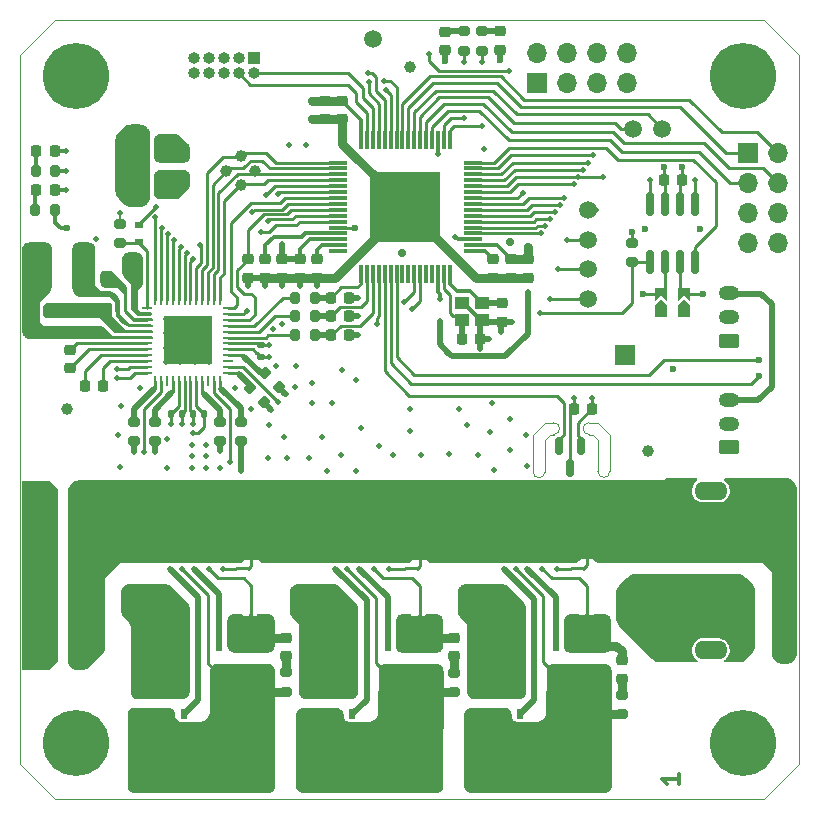
<source format=gtl>
%TF.GenerationSoftware,KiCad,Pcbnew,(5.99.0-10830-g25678ee00d)*%
%TF.CreationDate,2021-08-24T11:38:22+02:00*%
%TF.ProjectId,OpenTurn,4f70656e-5475-4726-9e2e-6b696361645f,rev?*%
%TF.SameCoordinates,Original*%
%TF.FileFunction,Copper,L1,Top*%
%TF.FilePolarity,Positive*%
%FSLAX46Y46*%
G04 Gerber Fmt 4.6, Leading zero omitted, Abs format (unit mm)*
G04 Created by KiCad (PCBNEW (5.99.0-10830-g25678ee00d)) date 2021-08-24 11:38:22*
%MOMM*%
%LPD*%
G01*
G04 APERTURE LIST*
G04 Aperture macros list*
%AMRoundRect*
0 Rectangle with rounded corners*
0 $1 Rounding radius*
0 $2 $3 $4 $5 $6 $7 $8 $9 X,Y pos of 4 corners*
0 Add a 4 corners polygon primitive as box body*
4,1,4,$2,$3,$4,$5,$6,$7,$8,$9,$2,$3,0*
0 Add four circle primitives for the rounded corners*
1,1,$1+$1,$2,$3*
1,1,$1+$1,$4,$5*
1,1,$1+$1,$6,$7*
1,1,$1+$1,$8,$9*
0 Add four rect primitives between the rounded corners*
20,1,$1+$1,$2,$3,$4,$5,0*
20,1,$1+$1,$4,$5,$6,$7,0*
20,1,$1+$1,$6,$7,$8,$9,0*
20,1,$1+$1,$8,$9,$2,$3,0*%
%AMHorizOval*
0 Thick line with rounded ends*
0 $1 width*
0 $2 $3 position (X,Y) of the first rounded end (center of the circle)*
0 $4 $5 position (X,Y) of the second rounded end (center of the circle)*
0 Add line between two ends*
20,1,$1,$2,$3,$4,$5,0*
0 Add two circle primitives to create the rounded ends*
1,1,$1,$2,$3*
1,1,$1,$4,$5*%
%AMFreePoly0*
4,1,6,1.000000,0.000000,0.500000,-0.500000,-0.500000,-0.500000,-0.500000,0.500000,0.500000,0.500000,1.000000,0.000000,1.000000,0.000000,$1*%
%AMFreePoly1*
4,1,6,0.500000,-0.500000,-0.650000,-0.500000,-0.150000,0.000000,-0.650000,0.500000,0.500000,0.500000,0.500000,-0.500000,0.500000,-0.500000,$1*%
G04 Aperture macros list end*
%TA.AperFunction,Profile*%
%ADD10C,0.050000*%
%TD*%
%ADD11C,0.300000*%
%TA.AperFunction,NonConductor*%
%ADD12C,0.300000*%
%TD*%
%TA.AperFunction,SMDPad,CuDef*%
%ADD13RoundRect,0.200000X-0.200000X-0.275000X0.200000X-0.275000X0.200000X0.275000X-0.200000X0.275000X0*%
%TD*%
%TA.AperFunction,SMDPad,CuDef*%
%ADD14RoundRect,0.225000X-0.250000X0.225000X-0.250000X-0.225000X0.250000X-0.225000X0.250000X0.225000X0*%
%TD*%
%TA.AperFunction,SMDPad,CuDef*%
%ADD15RoundRect,0.225000X-0.225000X-0.250000X0.225000X-0.250000X0.225000X0.250000X-0.225000X0.250000X0*%
%TD*%
%TA.AperFunction,SMDPad,CuDef*%
%ADD16R,1.500000X0.300000*%
%TD*%
%TA.AperFunction,SMDPad,CuDef*%
%ADD17R,0.300000X1.500000*%
%TD*%
%TA.AperFunction,ComponentPad*%
%ADD18C,0.500000*%
%TD*%
%TA.AperFunction,SMDPad,CuDef*%
%ADD19R,6.000000X6.000000*%
%TD*%
%TA.AperFunction,ComponentPad*%
%ADD20RoundRect,0.250000X0.625000X-0.350000X0.625000X0.350000X-0.625000X0.350000X-0.625000X-0.350000X0*%
%TD*%
%TA.AperFunction,ComponentPad*%
%ADD21O,1.750000X1.200000*%
%TD*%
%TA.AperFunction,ComponentPad*%
%ADD22R,1.000000X1.000000*%
%TD*%
%TA.AperFunction,ComponentPad*%
%ADD23O,1.000000X1.000000*%
%TD*%
%TA.AperFunction,SMDPad,CuDef*%
%ADD24RoundRect,0.250000X-1.425000X0.362500X-1.425000X-0.362500X1.425000X-0.362500X1.425000X0.362500X0*%
%TD*%
%TA.AperFunction,SMDPad,CuDef*%
%ADD25C,0.250000*%
%TD*%
%TA.AperFunction,SMDPad,CuDef*%
%ADD26R,0.500000X0.850000*%
%TD*%
%TA.AperFunction,SMDPad,CuDef*%
%ADD27R,4.410000X4.550000*%
%TD*%
%TA.AperFunction,SMDPad,CuDef*%
%ADD28RoundRect,0.225000X0.250000X-0.225000X0.250000X0.225000X-0.250000X0.225000X-0.250000X-0.225000X0*%
%TD*%
%TA.AperFunction,SMDPad,CuDef*%
%ADD29RoundRect,0.200000X0.275000X-0.200000X0.275000X0.200000X-0.275000X0.200000X-0.275000X-0.200000X0*%
%TD*%
%TA.AperFunction,SMDPad,CuDef*%
%ADD30RoundRect,0.200000X0.335876X0.053033X0.053033X0.335876X-0.335876X-0.053033X-0.053033X-0.335876X0*%
%TD*%
%TA.AperFunction,SMDPad,CuDef*%
%ADD31C,1.000000*%
%TD*%
%TA.AperFunction,ComponentPad*%
%ADD32R,1.700000X1.700000*%
%TD*%
%TA.AperFunction,ComponentPad*%
%ADD33O,1.700000X1.700000*%
%TD*%
%TA.AperFunction,SMDPad,CuDef*%
%ADD34RoundRect,0.140000X0.170000X-0.140000X0.170000X0.140000X-0.170000X0.140000X-0.170000X-0.140000X0*%
%TD*%
%TA.AperFunction,SMDPad,CuDef*%
%ADD35RoundRect,0.250000X-0.325000X-1.100000X0.325000X-1.100000X0.325000X1.100000X-0.325000X1.100000X0*%
%TD*%
%TA.AperFunction,SMDPad,CuDef*%
%ADD36C,1.500000*%
%TD*%
%TA.AperFunction,SMDPad,CuDef*%
%ADD37RoundRect,0.218750X-0.218750X-0.256250X0.218750X-0.256250X0.218750X0.256250X-0.218750X0.256250X0*%
%TD*%
%TA.AperFunction,SMDPad,CuDef*%
%ADD38RoundRect,0.250000X0.475000X-0.250000X0.475000X0.250000X-0.475000X0.250000X-0.475000X-0.250000X0*%
%TD*%
%TA.AperFunction,SMDPad,CuDef*%
%ADD39R,1.500000X4.000000*%
%TD*%
%TA.AperFunction,SMDPad,CuDef*%
%ADD40RoundRect,0.218750X0.256250X-0.218750X0.256250X0.218750X-0.256250X0.218750X-0.256250X-0.218750X0*%
%TD*%
%TA.AperFunction,SMDPad,CuDef*%
%ADD41RoundRect,0.225000X0.225000X0.250000X-0.225000X0.250000X-0.225000X-0.250000X0.225000X-0.250000X0*%
%TD*%
%TA.AperFunction,SMDPad,CuDef*%
%ADD42RoundRect,0.200000X-0.275000X0.200000X-0.275000X-0.200000X0.275000X-0.200000X0.275000X0.200000X0*%
%TD*%
%TA.AperFunction,SMDPad,CuDef*%
%ADD43RoundRect,0.140000X0.140000X0.170000X-0.140000X0.170000X-0.140000X-0.170000X0.140000X-0.170000X0*%
%TD*%
%TA.AperFunction,ComponentPad*%
%ADD44C,5.600000*%
%TD*%
%TA.AperFunction,ComponentPad*%
%ADD45HorizOval,1.000000X0.000000X0.000000X0.000000X0.000000X0*%
%TD*%
%TA.AperFunction,SMDPad,CuDef*%
%ADD46RoundRect,0.150000X-0.150000X0.825000X-0.150000X-0.825000X0.150000X-0.825000X0.150000X0.825000X0*%
%TD*%
%TA.AperFunction,SMDPad,CuDef*%
%ADD47FreePoly0,90.000000*%
%TD*%
%TA.AperFunction,SMDPad,CuDef*%
%ADD48FreePoly1,90.000000*%
%TD*%
%TA.AperFunction,SMDPad,CuDef*%
%ADD49R,0.700000X0.600000*%
%TD*%
%TA.AperFunction,SMDPad,CuDef*%
%ADD50R,1.150000X1.000000*%
%TD*%
%TA.AperFunction,SMDPad,CuDef*%
%ADD51RoundRect,0.062500X-0.062500X0.375000X-0.062500X-0.375000X0.062500X-0.375000X0.062500X0.375000X0*%
%TD*%
%TA.AperFunction,SMDPad,CuDef*%
%ADD52RoundRect,0.062500X-0.375000X0.062500X-0.375000X-0.062500X0.375000X-0.062500X0.375000X0.062500X0*%
%TD*%
%TA.AperFunction,SMDPad,CuDef*%
%ADD53R,4.100000X4.100000*%
%TD*%
%TA.AperFunction,SMDPad,CuDef*%
%ADD54RoundRect,0.140000X-0.140000X-0.170000X0.140000X-0.170000X0.140000X0.170000X-0.140000X0.170000X0*%
%TD*%
%TA.AperFunction,SMDPad,CuDef*%
%ADD55RoundRect,0.150000X-0.150000X0.587500X-0.150000X-0.587500X0.150000X-0.587500X0.150000X0.587500X0*%
%TD*%
%TA.AperFunction,SMDPad,CuDef*%
%ADD56RoundRect,0.218750X0.218750X0.256250X-0.218750X0.256250X-0.218750X-0.256250X0.218750X-0.256250X0*%
%TD*%
%TA.AperFunction,ComponentPad*%
%ADD57O,2.800000X1.600000*%
%TD*%
%TA.AperFunction,ComponentPad*%
%ADD58C,4.000000*%
%TD*%
%TA.AperFunction,ComponentPad*%
%ADD59C,4.800000*%
%TD*%
%TA.AperFunction,ViaPad*%
%ADD60C,0.800000*%
%TD*%
%TA.AperFunction,ViaPad*%
%ADD61C,0.500000*%
%TD*%
%TA.AperFunction,ViaPad*%
%ADD62C,0.600000*%
%TD*%
%TA.AperFunction,ViaPad*%
%ADD63C,0.700000*%
%TD*%
%TA.AperFunction,Conductor*%
%ADD64C,0.500000*%
%TD*%
%TA.AperFunction,Conductor*%
%ADD65C,0.750000*%
%TD*%
%TA.AperFunction,Conductor*%
%ADD66C,0.300000*%
%TD*%
%TA.AperFunction,Conductor*%
%ADD67C,0.250000*%
%TD*%
%TA.AperFunction,Conductor*%
%ADD68C,0.200000*%
%TD*%
%TA.AperFunction,Conductor*%
%ADD69C,0.275000*%
%TD*%
G04 APERTURE END LIST*
D10*
X94000000Y-157000000D02*
X93999999Y-97000000D01*
X156999999Y-94000000D02*
X96999999Y-94000000D01*
X139200002Y-129125000D02*
X138874998Y-129125000D01*
X143950000Y-129150000D02*
X142925000Y-128125000D01*
X142199998Y-129125000D02*
X142525000Y-129125000D01*
X156999999Y-94000000D02*
X160000000Y-97000000D01*
X142925000Y-128125000D02*
X142200002Y-128125000D01*
X138874998Y-129125000D02*
X138449998Y-129550000D01*
X96999999Y-94000000D02*
X93999999Y-97000000D01*
X139199998Y-128125000D02*
G75*
G02*
X139200002Y-129125000I2J-500000D01*
G01*
X160000000Y-157000000D02*
X160000000Y-97000000D01*
X138474998Y-128125000D02*
X139199998Y-128125000D01*
X97000000Y-160000000D02*
X94000000Y-157000000D01*
X138450000Y-132275000D02*
G75*
G02*
X137450000Y-132275000I-500000J0D01*
G01*
X137450000Y-132275000D02*
X137449998Y-129150000D01*
X142950000Y-132250000D02*
X142950000Y-129550000D01*
X97000000Y-160000000D02*
X157000000Y-160000000D01*
X142525000Y-129125000D02*
X142950000Y-129550000D01*
X142200002Y-128125000D02*
G75*
G03*
X142199998Y-129125000I-2J-500000D01*
G01*
X142950000Y-132250000D02*
G75*
G03*
X143950000Y-132250000I500000J0D01*
G01*
X137449998Y-129150000D02*
X138474998Y-128125000D01*
X138450000Y-132275000D02*
X138449998Y-129550000D01*
X143950000Y-132250000D02*
X143950000Y-129150000D01*
X157000000Y-160000000D02*
X160000000Y-157000000D01*
D11*
D12*
X149853571Y-157882881D02*
X149853571Y-158740024D01*
X149853571Y-158311453D02*
X148353571Y-158311453D01*
X148567857Y-158454310D01*
X148710714Y-158597167D01*
X148782142Y-158740024D01*
G36*
X141675000Y-140625000D02*
G01*
X140675000Y-140625000D01*
X140675000Y-140375000D01*
X141675000Y-140375000D01*
X141675000Y-140625000D01*
G37*
G36*
X113325001Y-140625000D02*
G01*
X112325001Y-140625000D01*
X112325001Y-140375000D01*
X113325001Y-140375000D01*
X113325001Y-140625000D01*
G37*
G36*
X127600001Y-140625000D02*
G01*
X126600001Y-140625000D01*
X126600001Y-140375000D01*
X127600001Y-140375000D01*
X127600001Y-140625000D01*
G37*
D13*
X117317498Y-117525000D03*
X118967498Y-117525000D03*
X117317499Y-120734826D03*
X118967499Y-120734826D03*
X117317499Y-119125002D03*
X118967499Y-119125002D03*
D14*
X117730000Y-114305000D03*
X117730000Y-115855000D03*
X137044998Y-114300003D03*
X137044998Y-115850003D03*
X119824999Y-100874998D03*
X119824999Y-102424998D03*
X135574999Y-114299999D03*
X135574999Y-115849999D03*
D15*
X120342499Y-119125002D03*
X121892499Y-119125002D03*
D14*
X119199997Y-114305000D03*
X119199997Y-115855000D03*
D15*
X120342498Y-120734826D03*
X121892498Y-120734826D03*
D14*
X121300000Y-100875000D03*
X121300000Y-102425000D03*
X114750001Y-114305000D03*
X114750001Y-115855000D03*
D15*
X131399998Y-121000004D03*
X132949998Y-121000004D03*
D14*
X134799994Y-118020168D03*
X134799994Y-119570168D03*
D15*
X120342499Y-117525000D03*
X121892499Y-117525000D03*
X99525000Y-125025000D03*
X101075000Y-125025000D03*
D16*
X132349999Y-113600000D03*
X132349999Y-113100000D03*
X132349999Y-112600000D03*
X132349999Y-112100000D03*
X132349999Y-111600000D03*
X132349999Y-111100000D03*
X132349999Y-110600000D03*
X132349999Y-110100000D03*
X132349999Y-109600000D03*
X132349999Y-109100000D03*
X132349999Y-108600000D03*
X132349999Y-108100000D03*
X132349999Y-107600000D03*
X132349999Y-107100000D03*
X132349999Y-106600000D03*
X132349999Y-106100000D03*
D17*
X130399999Y-104150000D03*
X129899999Y-104150000D03*
X129399999Y-104150000D03*
X128899999Y-104150000D03*
X128399999Y-104150000D03*
X127899999Y-104150000D03*
X127399999Y-104150000D03*
X126899999Y-104150000D03*
X126399999Y-104150000D03*
X125899999Y-104150000D03*
X125399999Y-104150000D03*
X124899999Y-104150000D03*
X124399999Y-104150000D03*
X123899999Y-104150000D03*
X123399999Y-104150000D03*
X122899999Y-104150000D03*
D16*
X120949999Y-106100000D03*
X120949999Y-106600000D03*
X120949999Y-107100000D03*
X120949999Y-107600000D03*
X120949999Y-108100000D03*
X120949999Y-108600000D03*
X120949999Y-109100000D03*
X120949999Y-109600000D03*
X120949999Y-110100000D03*
X120949999Y-110600000D03*
X120949999Y-111100000D03*
X120949999Y-111600000D03*
X120949999Y-112100000D03*
X120949999Y-112600000D03*
X120949999Y-113100000D03*
X120949999Y-113600000D03*
D17*
X122899999Y-115550000D03*
X123399999Y-115550000D03*
X123899999Y-115550000D03*
X124399999Y-115550000D03*
X124899999Y-115550000D03*
X125399999Y-115550000D03*
X125899999Y-115550000D03*
X126399999Y-115550000D03*
X126899999Y-115550000D03*
X127399999Y-115550000D03*
X127899999Y-115550000D03*
X128399999Y-115550000D03*
X128899999Y-115550000D03*
X129399999Y-115550000D03*
X129899999Y-115550000D03*
X130399999Y-115550000D03*
D18*
X126149999Y-110350000D03*
X127149999Y-110350000D03*
X126149999Y-111350000D03*
D19*
X126649999Y-109850000D03*
D18*
X127149999Y-111350000D03*
X125149999Y-111350000D03*
X125149999Y-109350000D03*
X128149999Y-110350000D03*
X125149999Y-108350000D03*
X125149999Y-110350000D03*
X128149999Y-111350000D03*
X128149999Y-109350000D03*
X127149999Y-108350000D03*
X128149999Y-108350000D03*
X126149999Y-109350000D03*
X126149999Y-108350000D03*
X127149999Y-109350000D03*
D14*
X116230000Y-114305000D03*
X116230000Y-115855000D03*
X134099998Y-114300000D03*
X134099998Y-115850000D03*
D20*
X154025000Y-121175000D03*
D21*
X154025000Y-119175000D03*
X154025000Y-117175000D03*
D22*
X113790000Y-97250000D03*
D23*
X113790000Y-98520000D03*
X112520000Y-97250000D03*
X112520000Y-98520000D03*
X111250000Y-97250000D03*
X111250000Y-98520000D03*
X109980000Y-97250000D03*
X109980000Y-98520000D03*
X108710000Y-97250000D03*
X108710000Y-98520000D03*
D24*
X127869665Y-139133838D03*
X127869665Y-145058838D03*
D25*
X140675000Y-140500000D03*
X141675000Y-140500000D03*
D24*
X113600000Y-139123169D03*
X113600000Y-145048169D03*
D26*
X143180000Y-147005834D03*
X141910000Y-147005834D03*
X140640000Y-147005834D03*
X139370000Y-147005834D03*
D27*
X141275000Y-150955834D03*
D28*
X100450000Y-120400000D03*
X100450000Y-118850000D03*
D29*
X103650000Y-129687500D03*
X103650000Y-128037500D03*
D30*
X115908362Y-125120863D03*
X114741636Y-123954137D03*
D14*
X98250000Y-121975000D03*
X98250000Y-123525000D03*
D26*
X132570000Y-152805834D03*
X133840000Y-152805834D03*
X135110000Y-152805834D03*
X136380000Y-152805834D03*
D27*
X134475000Y-148855834D03*
D31*
X147225000Y-130525000D03*
D30*
X114635570Y-126393654D03*
X113468844Y-125226928D03*
D14*
X113280000Y-114305000D03*
X113280000Y-115855000D03*
D32*
X137800000Y-99350000D03*
D33*
X137800000Y-96810000D03*
X140340000Y-99350000D03*
X140340000Y-96810000D03*
X142880000Y-99350000D03*
X142880000Y-96810000D03*
X145420000Y-99350000D03*
X145420000Y-96810000D03*
D29*
X116550000Y-150910669D03*
X116550000Y-149260669D03*
D26*
X114680000Y-147000907D03*
X113410000Y-147000907D03*
X112140000Y-147000907D03*
X110870000Y-147000907D03*
D27*
X112775000Y-150950907D03*
D29*
X144975000Y-152825000D03*
X144975000Y-151175000D03*
D34*
X114400000Y-122542500D03*
X114400000Y-121582500D03*
D35*
X95875000Y-141025000D03*
X98825000Y-141025000D03*
D29*
X102500000Y-112925000D03*
X102500000Y-111275000D03*
D32*
X145200000Y-122375000D03*
D35*
X95875000Y-147425000D03*
X98825000Y-147425000D03*
D28*
X130725000Y-147910669D03*
X130725000Y-146360669D03*
D36*
X142125000Y-112625000D03*
D37*
X104412500Y-104875000D03*
X105987500Y-104875000D03*
D38*
X98716346Y-120500000D03*
X98716346Y-118600000D03*
D39*
X99400000Y-115050000D03*
X95800000Y-115050000D03*
D40*
X134690000Y-96567500D03*
X134690000Y-94992500D03*
D41*
X142475000Y-127000000D03*
X140925000Y-127000000D03*
D24*
X142000000Y-139073169D03*
X142000000Y-144998169D03*
D36*
X142125000Y-115125000D03*
D42*
X145800000Y-112900000D03*
X145800000Y-114550000D03*
D13*
X95325000Y-110098505D03*
X96975000Y-110098505D03*
D26*
X104070000Y-152800907D03*
X105340000Y-152800907D03*
X106610000Y-152800907D03*
X107880000Y-152800907D03*
D27*
X105975000Y-148850907D03*
D43*
X109609999Y-127362500D03*
X108649999Y-127362500D03*
D44*
X98750000Y-98750000D03*
D45*
X112700000Y-105572918D03*
X111497918Y-106775000D03*
X113902082Y-106775000D03*
X112700000Y-107977082D03*
D44*
X155250000Y-98750000D03*
D28*
X116550000Y-147885669D03*
X116550000Y-146335669D03*
D46*
X151180000Y-109600000D03*
X149910000Y-109600000D03*
X148640000Y-109600000D03*
X147370000Y-109600000D03*
X147370000Y-114550000D03*
X148640000Y-114550000D03*
X149910000Y-114550000D03*
X151180000Y-114550000D03*
D36*
X142125000Y-117625000D03*
D13*
X95350000Y-106798505D03*
X97000000Y-106798505D03*
D25*
X112325001Y-140500000D03*
X113325001Y-140500000D03*
D47*
X148275000Y-118700000D03*
D48*
X148275000Y-117250000D03*
D49*
X104050000Y-112795482D03*
X104050000Y-111395482D03*
D50*
X133149996Y-118025000D03*
X131399996Y-118025000D03*
X131399996Y-119425000D03*
X133149996Y-119425000D03*
D51*
X110950000Y-117725000D03*
X110450000Y-117725000D03*
X109950000Y-117725000D03*
X109450000Y-117725000D03*
X108950000Y-117725000D03*
X108450000Y-117725000D03*
X107950000Y-117725000D03*
X107450000Y-117725000D03*
X106950000Y-117725000D03*
X106450000Y-117725000D03*
X105950000Y-117725000D03*
X105450000Y-117725000D03*
D52*
X104762500Y-118412500D03*
X104762500Y-118912500D03*
X104762500Y-119412500D03*
X104762500Y-119912500D03*
X104762500Y-120412500D03*
X104762500Y-120912500D03*
X104762500Y-121412500D03*
X104762500Y-121912500D03*
X104762500Y-122412500D03*
X104762500Y-122912500D03*
X104762500Y-123412500D03*
X104762500Y-123912500D03*
D51*
X105450000Y-124600000D03*
X105950000Y-124600000D03*
X106450000Y-124600000D03*
X106950000Y-124600000D03*
X107450000Y-124600000D03*
X107950000Y-124600000D03*
X108450000Y-124600000D03*
X108950000Y-124600000D03*
X109450000Y-124600000D03*
X109950000Y-124600000D03*
X110450000Y-124600000D03*
X110950000Y-124600000D03*
D52*
X111637500Y-123912500D03*
X111637500Y-123412500D03*
X111637500Y-122912500D03*
X111637500Y-122412500D03*
X111637500Y-121912500D03*
X111637500Y-121412500D03*
X111637500Y-120912500D03*
X111637500Y-120412500D03*
X111637500Y-119912500D03*
X111637500Y-119412500D03*
X111637500Y-118912500D03*
X111637500Y-118412500D03*
D18*
X108800000Y-122962500D03*
X108800000Y-119362500D03*
X107600000Y-121762500D03*
X108800000Y-120562500D03*
X110000000Y-121762500D03*
X110000000Y-122962500D03*
X107600000Y-120562500D03*
X106400000Y-120562500D03*
X106400000Y-122962500D03*
D53*
X108200000Y-121162500D03*
D18*
X106400000Y-121762500D03*
X106400000Y-119362500D03*
X107600000Y-122962500D03*
X110000000Y-119362500D03*
X110000000Y-120562500D03*
X108800000Y-121762500D03*
X107600000Y-119362500D03*
D25*
X126600001Y-140500000D03*
X127600001Y-140500000D03*
D42*
X131620000Y-94975000D03*
X131620000Y-96625000D03*
D15*
X148500000Y-107550000D03*
X150050000Y-107550000D03*
D36*
X148400000Y-103225000D03*
X123925000Y-95625000D03*
D54*
X106794999Y-127362500D03*
X107754999Y-127362500D03*
D55*
X141550000Y-130112500D03*
X139650000Y-130112500D03*
X140600000Y-131987500D03*
D29*
X112724998Y-129687500D03*
X112724998Y-128037500D03*
D40*
X129970000Y-96579999D03*
X129970000Y-95004999D03*
D28*
X144975000Y-149800000D03*
X144975000Y-148250000D03*
D38*
X96741346Y-120500000D03*
X96741346Y-118600000D03*
D56*
X96962500Y-105148505D03*
X95387500Y-105148505D03*
D47*
X150275000Y-118700000D03*
D48*
X150275000Y-117250000D03*
D57*
X152500000Y-133875000D03*
X152500000Y-147375000D03*
D58*
X146500000Y-137025000D03*
X146500000Y-144225000D03*
D32*
X155650000Y-105300000D03*
D33*
X158190000Y-105300000D03*
X155650000Y-107840000D03*
X158190000Y-107840000D03*
X155650000Y-110380000D03*
X158190000Y-110380000D03*
X155650000Y-112920000D03*
X158190000Y-112920000D03*
D31*
X127000000Y-98000000D03*
D59*
X137875000Y-156554927D03*
X123644665Y-156560669D03*
D35*
X95875000Y-144225000D03*
X98825000Y-144225000D03*
D29*
X105450000Y-129687500D03*
X105450000Y-128037500D03*
D56*
X96962500Y-108423505D03*
X95387500Y-108423505D03*
D26*
X128949665Y-147011576D03*
X127679665Y-147011576D03*
X126409665Y-147011576D03*
X125139665Y-147011576D03*
D27*
X127044665Y-150961576D03*
D42*
X133100000Y-94975000D03*
X133100000Y-96625000D03*
D29*
X130725000Y-150935669D03*
X130725000Y-149285669D03*
D35*
X95875000Y-137825000D03*
X98825000Y-137825000D03*
D44*
X98750000Y-155250000D03*
D36*
X145900000Y-103225000D03*
D59*
X109375000Y-156550000D03*
D31*
X98000000Y-127000000D03*
D20*
X154025000Y-130200000D03*
D21*
X154025000Y-128200000D03*
X154025000Y-126200000D03*
D44*
X155250000Y-155250000D03*
D35*
X95875000Y-134625000D03*
X98825000Y-134625000D03*
D26*
X118339665Y-152811576D03*
X119609665Y-152811576D03*
X120879665Y-152811576D03*
X122149665Y-152811576D03*
D27*
X120244665Y-148861576D03*
D29*
X110925000Y-129687500D03*
X110925000Y-128037500D03*
D36*
X142125000Y-110125000D03*
D37*
X104412500Y-107875000D03*
X105987500Y-107875000D03*
D60*
X130182522Y-136066714D03*
D61*
X124425000Y-130125000D03*
D60*
X115082523Y-135240596D03*
D61*
X131200000Y-127000000D03*
X101575000Y-119275000D03*
D60*
X129382525Y-136066714D03*
D61*
X159550000Y-145700000D03*
X108600000Y-131950000D03*
X119199996Y-116549997D03*
D60*
X141750002Y-135275000D03*
D62*
X134690000Y-97450000D03*
D60*
X140149999Y-135275000D03*
D61*
X120450000Y-126450000D03*
X134750001Y-120425003D03*
X159550000Y-142200000D03*
D60*
X140150000Y-133675000D03*
D61*
X159550000Y-136200000D03*
X106500000Y-131950000D03*
X100575000Y-136025000D03*
D60*
X115082523Y-137640596D03*
X130182524Y-134466714D03*
D61*
X100575000Y-138525000D03*
X122642499Y-117534826D03*
X137025000Y-120550000D03*
X130275000Y-122200000D03*
D60*
X115882524Y-135240596D03*
X128582526Y-136866714D03*
D61*
X159550000Y-144200000D03*
D60*
X141750001Y-136075000D03*
D61*
X159550000Y-146200000D03*
D60*
X115882523Y-134440596D03*
D61*
X115425000Y-120150000D03*
X159550000Y-142700000D03*
D60*
X115882523Y-137640596D03*
D61*
X100075000Y-136025000D03*
X159550000Y-147200000D03*
X118700000Y-126475000D03*
X159550000Y-135200000D03*
X101575000Y-118275000D03*
X100075000Y-139025000D03*
X100575000Y-134525000D03*
D60*
X140150000Y-136075000D03*
D61*
X159550000Y-140700000D03*
X113280000Y-116550000D03*
X129550000Y-121000000D03*
X118700000Y-124750000D03*
X159550000Y-138700000D03*
D60*
X114282524Y-136040596D03*
D61*
X159550000Y-146700000D03*
X131825000Y-128325000D03*
D60*
X112682522Y-135240596D03*
X112682523Y-136840596D03*
D61*
X97875000Y-108423505D03*
D60*
X128582525Y-136066714D03*
D61*
X122642499Y-120725005D03*
D60*
X113482523Y-135240596D03*
D61*
X106450000Y-129500000D03*
D60*
X114282524Y-137640596D03*
D61*
X115000000Y-131100000D03*
X117425000Y-123350000D03*
X102525000Y-131900000D03*
X100075000Y-134025000D03*
D60*
X111882523Y-137640596D03*
D61*
X100075000Y-138025000D03*
X135250000Y-122325000D03*
X117300000Y-125075000D03*
X100075000Y-133525000D03*
D60*
X140150000Y-136875000D03*
D61*
X101575000Y-118775000D03*
D60*
X127782524Y-135266714D03*
X127782523Y-136066714D03*
X126175000Y-134460669D03*
X126982524Y-136866714D03*
X114282525Y-135240596D03*
X143349998Y-136075000D03*
D61*
X159550000Y-140200000D03*
D60*
X141750001Y-137685669D03*
D61*
X97875000Y-105148505D03*
D60*
X128582526Y-135266714D03*
X129382524Y-137666714D03*
X111882522Y-136840596D03*
D61*
X159550000Y-137700000D03*
X135649998Y-119575000D03*
X114749996Y-116549997D03*
X109750000Y-130975000D03*
X127975000Y-130875000D03*
X116224995Y-116549998D03*
X100075000Y-136525000D03*
X118475000Y-131100000D03*
X102600000Y-126750000D03*
X100575000Y-138025000D03*
X159550000Y-138200000D03*
X122425000Y-124500000D03*
X120050000Y-132200000D03*
X159550000Y-147700001D03*
X136900000Y-129175000D03*
D60*
X141750001Y-134475000D03*
D61*
X100575000Y-137025000D03*
D60*
X126174999Y-135260669D03*
X126982524Y-136066714D03*
D61*
X116375000Y-129325000D03*
D60*
X142550000Y-135275000D03*
D62*
X146975000Y-111758822D03*
D61*
X159550000Y-139700000D03*
D60*
X142550000Y-137685669D03*
D61*
X100575000Y-136525000D03*
X159550000Y-141700000D03*
D60*
X140950000Y-133675001D03*
X127782524Y-136866714D03*
D61*
X119600000Y-129350000D03*
X102500000Y-110370482D03*
D60*
X142550000Y-136875000D03*
D61*
X104150000Y-125200000D03*
D60*
X130182524Y-137666714D03*
D61*
X159550000Y-144700000D03*
X159550000Y-145200001D03*
X140925000Y-126025000D03*
D60*
X112682523Y-137640596D03*
X141749999Y-133675000D03*
D61*
X100575000Y-135525000D03*
D60*
X113482522Y-134440596D03*
D61*
X122475000Y-132175000D03*
D62*
X129970000Y-97460000D03*
D61*
X117724997Y-116549999D03*
D60*
X126982523Y-135266714D03*
D61*
X115125000Y-128350000D03*
D60*
X126975000Y-134460669D03*
D61*
X127000000Y-127000000D03*
X100575000Y-137525000D03*
D60*
X140949999Y-136075000D03*
D62*
X151625000Y-111758822D03*
D60*
X142550000Y-133675001D03*
D61*
X102075000Y-119775000D03*
D60*
X126182524Y-136066713D03*
X140950000Y-135275000D03*
X129382524Y-134466714D03*
X111882523Y-134440596D03*
X114282525Y-136840596D03*
D61*
X109750000Y-131950000D03*
X130375000Y-130800000D03*
X100075000Y-137525000D03*
X100575000Y-134025000D03*
X159550000Y-141200000D03*
D62*
X150050000Y-106500000D03*
D60*
X129382524Y-135266714D03*
D61*
X100075000Y-134525000D03*
X110950000Y-131950000D03*
D60*
X141750002Y-136875000D03*
D61*
X116200000Y-119775000D03*
X100075000Y-137025000D03*
D60*
X140150000Y-137685669D03*
X143350000Y-134475000D03*
D61*
X133749996Y-121000002D03*
D60*
X142550001Y-136075000D03*
D61*
X159550000Y-143699999D03*
D60*
X143350000Y-137685669D03*
D61*
X100075000Y-138525000D03*
D60*
X113482523Y-137640596D03*
X115882521Y-136040596D03*
D63*
X118725000Y-102425000D03*
D61*
X137000000Y-117025000D03*
X159550000Y-136700000D03*
D60*
X111882522Y-135240596D03*
D61*
X100575000Y-133525000D03*
X159550000Y-143200000D03*
X112200000Y-125150000D03*
X100075000Y-139525000D03*
D60*
X126182523Y-136866714D03*
D61*
X102075000Y-120275000D03*
X159550000Y-134700000D03*
D60*
X115882523Y-136840596D03*
X112682523Y-136040596D03*
D61*
X115725000Y-123350000D03*
X132949997Y-121850003D03*
D60*
X142550000Y-134475000D03*
X115082524Y-136040596D03*
X112682523Y-134440596D03*
D61*
X159550000Y-134200000D03*
D60*
X143350000Y-133675000D03*
D61*
X108600000Y-130975000D03*
X100575000Y-135025000D03*
D60*
X130182525Y-135266714D03*
D61*
X159550000Y-133700000D03*
X132825000Y-130850000D03*
D60*
X130182524Y-136866714D03*
D61*
X135500000Y-127800000D03*
X102350000Y-129200000D03*
D60*
X140950000Y-137685669D03*
X111882523Y-136040595D03*
D62*
X149300000Y-123550000D03*
D61*
X122900017Y-128599983D03*
X127000000Y-128825000D03*
X101575000Y-119775000D03*
D60*
X115082523Y-136840596D03*
D61*
X108600000Y-130025000D03*
D60*
X140950000Y-136875000D03*
X126182524Y-137666714D03*
D61*
X122642499Y-119109826D03*
D60*
X140949999Y-134475000D03*
X114282524Y-134440596D03*
D61*
X133775000Y-128875000D03*
X113575000Y-126950000D03*
D60*
X126982524Y-137666714D03*
X128582525Y-137666714D03*
X115082523Y-134440596D03*
D61*
X159550000Y-135700000D03*
X135500000Y-130475000D03*
X100450000Y-112600000D03*
D60*
X140150000Y-134475000D03*
X113482522Y-136040596D03*
X127782523Y-134466714D03*
D61*
X116625000Y-131100000D03*
D60*
X129382524Y-136866714D03*
D61*
X159550000Y-139200000D03*
D60*
X143350000Y-136875000D03*
D61*
X100075000Y-135525000D03*
D60*
X143350001Y-135275000D03*
D61*
X159550000Y-137200000D03*
D60*
X127782524Y-137666714D03*
D61*
X125600000Y-130850000D03*
X100075000Y-135025000D03*
X129550000Y-119525000D03*
X136925000Y-131775000D03*
X109750000Y-130000000D03*
X121175000Y-130875000D03*
D60*
X128582525Y-134466714D03*
D61*
X100575000Y-139525000D03*
X134125000Y-132100000D03*
X133975000Y-126425000D03*
D60*
X113482523Y-136840596D03*
D61*
X100575000Y-139025000D03*
D62*
X101200000Y-116225000D03*
D61*
X94650000Y-146250000D03*
D60*
X106275000Y-143105742D03*
X136075000Y-148760669D03*
D61*
X154125000Y-141425000D03*
D60*
X136375000Y-144710669D03*
X106275000Y-144705742D03*
D61*
X154625000Y-144425000D03*
D60*
X103875000Y-143105741D03*
D61*
X154125000Y-144425000D03*
D60*
X104375000Y-147155742D03*
D61*
X94650000Y-138750000D03*
D60*
X118644665Y-147166411D03*
X131575000Y-143135669D03*
D61*
X154124999Y-145925000D03*
D60*
X133175000Y-143110669D03*
X135575000Y-143910669D03*
X136075000Y-150360669D03*
D61*
X94650000Y-142750000D03*
X94650000Y-144250000D03*
X94650000Y-142250000D03*
D60*
X104675000Y-143105742D03*
X133975000Y-144710669D03*
D61*
X154625000Y-142925000D03*
D60*
X121344665Y-145516411D03*
X119744665Y-142316411D03*
X121844665Y-148766411D03*
X107575000Y-150355742D03*
D61*
X154625000Y-142425000D03*
D60*
X132375000Y-144710669D03*
D61*
X94650000Y-145250000D03*
X154625000Y-141925000D03*
D60*
X103875000Y-144705742D03*
X133975000Y-145510669D03*
X104375000Y-148755742D03*
X135575000Y-145510669D03*
X119444665Y-147966411D03*
X121344665Y-143116411D03*
X107075000Y-143905742D03*
X134775000Y-143110669D03*
X107875000Y-145505742D03*
X117344665Y-142341411D03*
X120244665Y-148766411D03*
X107575000Y-148755742D03*
X122144665Y-144716411D03*
X118144665Y-143116410D03*
X135275000Y-149560669D03*
D61*
X94650000Y-141750000D03*
D60*
X133175000Y-144710669D03*
D61*
X94650000Y-134250000D03*
D60*
X118144665Y-143916411D03*
X105975000Y-147155742D03*
X104675000Y-145505742D03*
X121344665Y-144716411D03*
X133675000Y-149560669D03*
X120544665Y-145516411D03*
X122144665Y-145516411D03*
D61*
X154125000Y-145425000D03*
D60*
X118944665Y-143116411D03*
X132375000Y-143910669D03*
X134775000Y-144710669D03*
X119744665Y-144716411D03*
D61*
X154625000Y-144925000D03*
X94650000Y-135250000D03*
D60*
X121844665Y-150366411D03*
D61*
X94650000Y-140750000D03*
D60*
X132875000Y-147160669D03*
D61*
X94650000Y-135750000D03*
D60*
X120244665Y-147166411D03*
D61*
X94650000Y-148250000D03*
X154124999Y-143425000D03*
D60*
X134475000Y-150360669D03*
X134475000Y-148760669D03*
X106275000Y-143905742D03*
D61*
X154625000Y-143425000D03*
D60*
X107575000Y-147155742D03*
D62*
X102325000Y-116225000D03*
D61*
X94650000Y-139250000D03*
X94650000Y-137750000D03*
X154625000Y-146425000D03*
X94650000Y-139750000D03*
X154625000Y-147925000D03*
D60*
X134775000Y-145510669D03*
D61*
X94650000Y-137250000D03*
X154625000Y-145925000D03*
D60*
X133975000Y-143110669D03*
X105975000Y-150355742D03*
X131575000Y-143935669D03*
X106775000Y-147955742D03*
X117344665Y-143941411D03*
X122144665Y-143916411D03*
X103875000Y-145505742D03*
D61*
X154625000Y-143925000D03*
D60*
X132375000Y-142310669D03*
X133174999Y-142310669D03*
D61*
X94650000Y-134750000D03*
D60*
X133975000Y-142310669D03*
X104675000Y-144705742D03*
X105475000Y-143105742D03*
X121044665Y-149566411D03*
X132875000Y-148760669D03*
D61*
X94650000Y-147750000D03*
D60*
X117344665Y-143141411D03*
X119444665Y-149566411D03*
D62*
X98000000Y-111675000D03*
D60*
X103875000Y-142305742D03*
X103075000Y-143130742D03*
X105475000Y-142305742D03*
D61*
X154625000Y-146925000D03*
X94650000Y-145750000D03*
D60*
X107075000Y-144705742D03*
X118944664Y-142316411D03*
X118144665Y-145516411D03*
D61*
X94650000Y-136250000D03*
D60*
X107875000Y-144705742D03*
X120544665Y-142316411D03*
X133975000Y-143910669D03*
D61*
X94650000Y-144750000D03*
D60*
X105175000Y-147955742D03*
X119744665Y-143916411D03*
X134475000Y-147160669D03*
X107875000Y-143905742D03*
X105975000Y-148755742D03*
D61*
X94650000Y-133750000D03*
D60*
X135275000Y-147960669D03*
X120544665Y-144716411D03*
D61*
X154124999Y-141925000D03*
D60*
X118144665Y-144716411D03*
D61*
X94650000Y-143250000D03*
X94650000Y-143750000D03*
D60*
X105475000Y-143905742D03*
D61*
X154625000Y-141425000D03*
D60*
X121344665Y-143916411D03*
X120244665Y-150366411D03*
X132375000Y-145510669D03*
X107075000Y-145505742D03*
D62*
X101750000Y-115675000D03*
D61*
X154625000Y-145425000D03*
D60*
X118944665Y-145516411D03*
X106775000Y-149555742D03*
X106275000Y-145505742D03*
X118944665Y-143916411D03*
X118944665Y-144716411D03*
X104375000Y-150355742D03*
X121844665Y-147166411D03*
X136075000Y-147160669D03*
X121044665Y-147966411D03*
X133175000Y-145510669D03*
D61*
X154125000Y-142925000D03*
D60*
X105475000Y-144705742D03*
D61*
X154625000Y-147425000D03*
D60*
X134775000Y-142310669D03*
D61*
X154125000Y-146425000D03*
D60*
X133175000Y-143910669D03*
X132375000Y-143110668D03*
X104674999Y-142305742D03*
D61*
X154125000Y-144925000D03*
D60*
X131575000Y-142335669D03*
X136375000Y-145510669D03*
X118644665Y-148766411D03*
X103075000Y-142330742D03*
X119744665Y-145516411D03*
X133675000Y-147960669D03*
X107075000Y-143105742D03*
X118644665Y-150366411D03*
X103875000Y-143905742D03*
X105175000Y-149555742D03*
X103075000Y-143930742D03*
D61*
X94650000Y-140250000D03*
X94650000Y-138250000D03*
D60*
X120544665Y-143116411D03*
X136375000Y-143910669D03*
X118144665Y-142316411D03*
D61*
X94650000Y-146750000D03*
X94650000Y-141250000D03*
X154125000Y-142425000D03*
D60*
X134775000Y-143910669D03*
X135575000Y-144710669D03*
X104675000Y-143905742D03*
X119744665Y-143116411D03*
X105475000Y-145505742D03*
X106275000Y-142305742D03*
D61*
X94650000Y-147250000D03*
D60*
X135575000Y-143110669D03*
X120544665Y-143916411D03*
X132875000Y-150360669D03*
D61*
X154125000Y-143925000D03*
X94650000Y-136750000D03*
X103400000Y-116100000D03*
X103200000Y-105375000D03*
X103975000Y-115450000D03*
D62*
X145800000Y-111975000D03*
D61*
X103700000Y-108875000D03*
X102700000Y-104875000D03*
X102700000Y-107375000D03*
X102700000Y-105375000D03*
X102700000Y-107875000D03*
X103882666Y-106625000D03*
X103350000Y-115450000D03*
X104382666Y-106125000D03*
X103700000Y-103350000D03*
X103700000Y-103850000D03*
X103200000Y-106375000D03*
X121275000Y-123700000D03*
X103200000Y-108375000D03*
X102700000Y-106875000D03*
X103200000Y-109375000D03*
X103200000Y-104375000D03*
X103200000Y-107375000D03*
X103200000Y-106875000D03*
X103975000Y-114775000D03*
X102700000Y-106375000D03*
X103200000Y-103875000D03*
X102700000Y-103875000D03*
X103350000Y-114125000D03*
X102700000Y-108375000D03*
D62*
X148500000Y-106500000D03*
D61*
X102700000Y-108875000D03*
X104382666Y-106625000D03*
X97900000Y-106798505D03*
X103200000Y-108875000D03*
X103350000Y-114775000D03*
X103882666Y-106125000D03*
X104200000Y-109375000D03*
X103700000Y-109375000D03*
X103975000Y-114125000D03*
X104200000Y-103850000D03*
X102700000Y-104375000D03*
X102700000Y-105875000D03*
X103200000Y-107875000D03*
X103200000Y-104875000D03*
D62*
X123925000Y-95175000D03*
D61*
X103200000Y-103375000D03*
X104200000Y-108875000D03*
X104200000Y-103350000D03*
X103200000Y-105875000D03*
X107950000Y-104700000D03*
X106950000Y-105200000D03*
X130874996Y-112375002D03*
X116750000Y-104599500D03*
D63*
X135500000Y-112850000D03*
D61*
X133325000Y-104975000D03*
D63*
X137050000Y-113225000D03*
D61*
X107450000Y-105200000D03*
X107450000Y-104700000D03*
X107450000Y-105700000D03*
X129550000Y-117650000D03*
X106950000Y-105700000D03*
X118225000Y-104600000D03*
X107450000Y-104200000D03*
X106950000Y-104200000D03*
D63*
X118750000Y-100875000D03*
D61*
X106950000Y-104700000D03*
D63*
X126400000Y-113775000D03*
D61*
X107950000Y-105200000D03*
X107950000Y-105700000D03*
X129400000Y-105400000D03*
X142475000Y-126025000D03*
X116225000Y-113000000D03*
X107950000Y-107624999D03*
X106950000Y-108625000D03*
X107950000Y-107125000D03*
X106950000Y-108125000D03*
X107450001Y-107125000D03*
X106950000Y-107625000D03*
X107450000Y-108125000D03*
X106950000Y-107125000D03*
X107950000Y-108125000D03*
X107450000Y-108625000D03*
X107450000Y-107625000D03*
X115275000Y-127025000D03*
X134975000Y-140500000D03*
D60*
X143425000Y-156404927D03*
X133025000Y-154804927D03*
X142625000Y-157215596D03*
X133025000Y-155604927D03*
X133025000Y-157215596D03*
X141825000Y-154804927D03*
X142625000Y-156404927D03*
X133025000Y-158015596D03*
X139675000Y-150913434D03*
X142875000Y-152513434D03*
X132225000Y-154804927D03*
D61*
X135975000Y-140500000D03*
D60*
X141825000Y-158815596D03*
X134625000Y-158815596D03*
X143425000Y-154004927D03*
X141025000Y-154004927D03*
X140475000Y-151713434D03*
X142075000Y-151713434D03*
X142625000Y-158815596D03*
X132225000Y-157215596D03*
X142625000Y-158015596D03*
X133025000Y-154004927D03*
X133825000Y-154804927D03*
X132225000Y-158815596D03*
X141275000Y-152513434D03*
X132225000Y-155604927D03*
X142625000Y-155604927D03*
X143425000Y-154804927D03*
X143425000Y-158015596D03*
X141824999Y-154004927D03*
X140475000Y-150113434D03*
X132225000Y-156415596D03*
X141275000Y-149313434D03*
X141275000Y-150913434D03*
X132225000Y-154004927D03*
X142625000Y-154804927D03*
X139675000Y-152513434D03*
X142075000Y-150113434D03*
X142875000Y-149313434D03*
X143425000Y-155604927D03*
X143425000Y-158815596D03*
X139675000Y-149313434D03*
X134625000Y-154004927D03*
X141825000Y-158015596D03*
X133025000Y-158815596D03*
X141025000Y-158815596D03*
D61*
X115850000Y-126350000D03*
D60*
X133825000Y-158015596D03*
X133825001Y-158815596D03*
X143425000Y-157215595D03*
X142625000Y-154004927D03*
X133025000Y-156415596D03*
X142875000Y-150913434D03*
X132225000Y-158015596D03*
X133825000Y-154004927D03*
D61*
X136975000Y-140500000D03*
X116500000Y-125700000D03*
X120725000Y-140500000D03*
X112725000Y-132250000D03*
D60*
X128644665Y-150919176D03*
X127044665Y-149319176D03*
X117994665Y-154810669D03*
X117994665Y-158821338D03*
X129194665Y-154810669D03*
X127594665Y-154810669D03*
X125444665Y-152519176D03*
X128644665Y-149319176D03*
X117994665Y-154010669D03*
X129194665Y-157221337D03*
X128394665Y-155610669D03*
X126244665Y-150119176D03*
X117994665Y-157221338D03*
X128394665Y-154810669D03*
X118794665Y-154810669D03*
X128394665Y-157221338D03*
X118794665Y-156411576D03*
X118794665Y-158821338D03*
X129194665Y-155610669D03*
X120394665Y-158821338D03*
X125444665Y-150919176D03*
X118794665Y-154010669D03*
X127044665Y-152519176D03*
X119594665Y-154810669D03*
X119594665Y-154010669D03*
X129194665Y-156410669D03*
X128394665Y-154010669D03*
X118794665Y-157221338D03*
X127844665Y-150119176D03*
X127594664Y-154010669D03*
X126244665Y-151719176D03*
X126794665Y-154010669D03*
X128394665Y-158021338D03*
X127044665Y-150919176D03*
X128394665Y-158821338D03*
X127844665Y-151719176D03*
X117994665Y-158021338D03*
X128394665Y-156411576D03*
X118794665Y-158021338D03*
X118794665Y-155610669D03*
X126794665Y-158821338D03*
X119594665Y-158021338D03*
X125444665Y-149319176D03*
D61*
X111825000Y-131450000D03*
D60*
X129194665Y-154010669D03*
X129194665Y-158821338D03*
X117994665Y-155610669D03*
X117994665Y-156421338D03*
X120394665Y-154010669D03*
X127594665Y-158821338D03*
X129194665Y-158021338D03*
D61*
X121725000Y-140500000D03*
D60*
X127594665Y-158021338D03*
X119594666Y-158821338D03*
X128644665Y-152519176D03*
D61*
X122725000Y-140500000D03*
X110925000Y-130550000D03*
X106725000Y-140500000D03*
X103650000Y-130575000D03*
D60*
X113575000Y-150108507D03*
X105325000Y-154000000D03*
X112525000Y-158810669D03*
X104525000Y-155600000D03*
X103725000Y-158810669D03*
X105325000Y-154800000D03*
X114925000Y-156400000D03*
X114925000Y-158810669D03*
X111975000Y-150108507D03*
X104525000Y-158010669D03*
X111175000Y-149308507D03*
X111175000Y-152508507D03*
X103725000Y-154800000D03*
X106125000Y-158810669D03*
X113324999Y-154000000D03*
X114925000Y-154800000D03*
X103725000Y-156410669D03*
X114375000Y-152508507D03*
X103725000Y-158010669D03*
X112525000Y-154000000D03*
X112775000Y-152508507D03*
X114125000Y-154800000D03*
X106125000Y-154000000D03*
X114925000Y-158010669D03*
X114925000Y-155600000D03*
X103725000Y-155600000D03*
X114125000Y-156400907D03*
X113325000Y-154800000D03*
X105325001Y-158810669D03*
X113325000Y-158810669D03*
X112775000Y-150908507D03*
X103725000Y-157210669D03*
X104525000Y-156400907D03*
D61*
X107725000Y-140500000D03*
D60*
X114375000Y-150908507D03*
X104525000Y-158810669D03*
X113575000Y-151708507D03*
X114375000Y-149308507D03*
X114125000Y-157210669D03*
X112775000Y-149308507D03*
X113325000Y-158010669D03*
X114125000Y-154000000D03*
X104525000Y-157210669D03*
X105325000Y-158010669D03*
X114925000Y-154000000D03*
X111175000Y-150908507D03*
D61*
X104550000Y-130575000D03*
D60*
X111975000Y-151708507D03*
X114125000Y-155600000D03*
X104525000Y-154800000D03*
X104525000Y-154000000D03*
X103725000Y-154000000D03*
X114125000Y-158810669D03*
X114125000Y-158010669D03*
X114925000Y-157210668D03*
D61*
X105450000Y-130575000D03*
X108725000Y-140500000D03*
X113675000Y-110325000D03*
X109225000Y-113050000D03*
X124975000Y-99950000D03*
X106560661Y-112146699D03*
X124800000Y-99175000D03*
X106030331Y-111616369D03*
X115875000Y-108775000D03*
X107621321Y-113207359D03*
X114850000Y-108850000D03*
X107090991Y-112677029D03*
X108681981Y-114268019D03*
X127200000Y-118525000D03*
X108151651Y-113737689D03*
X126525000Y-117925000D03*
X102250000Y-123575000D03*
X102250000Y-124375000D03*
X138225000Y-140500000D03*
X115100000Y-122525000D03*
X123975000Y-140500000D03*
X108650000Y-129025000D03*
X106803464Y-128225000D03*
X110000000Y-140500000D03*
X136575000Y-108650000D03*
X128650000Y-96925000D03*
X135450000Y-98325000D03*
X140900000Y-107900000D03*
X139475000Y-140500000D03*
X115100000Y-121575000D03*
X108650000Y-128225000D03*
X125228225Y-140500000D03*
X115000000Y-111074500D03*
X105500000Y-109825000D03*
X114425000Y-111950000D03*
X105450000Y-110725000D03*
X113200000Y-118650000D03*
X111225000Y-140500000D03*
X107750000Y-128225000D03*
D62*
X151825000Y-117250000D03*
X146750000Y-117250000D03*
D61*
X142500000Y-105500000D03*
X140100000Y-109100000D03*
X141700000Y-106700000D03*
X139699416Y-109700980D03*
X141300000Y-107300000D03*
X143340000Y-107300000D03*
X139299416Y-110300980D03*
D62*
X122375000Y-111600000D03*
D61*
X138025000Y-118800000D03*
X124275000Y-119725000D03*
X148400000Y-103225000D03*
X151175000Y-107550000D03*
X147375000Y-107550000D03*
X145900000Y-103225000D03*
X140350000Y-112625000D03*
X138900000Y-110900000D03*
X138850000Y-117625000D03*
X138100000Y-112100000D03*
X139600000Y-115125000D03*
X138500000Y-111500000D03*
X142100000Y-106100000D03*
X142750000Y-110125000D03*
X123500000Y-98525000D03*
X123543733Y-99293733D03*
D62*
X156600000Y-124175000D03*
D61*
X131625000Y-97575000D03*
X131625000Y-102325000D03*
X133100000Y-103000000D03*
X133100000Y-97575000D03*
D62*
X150275000Y-118700000D03*
X148275000Y-118700000D03*
X156600000Y-122775000D03*
D64*
X134749999Y-119574999D02*
X135649998Y-119575000D01*
D65*
X118725000Y-102425000D02*
X118725002Y-102424998D01*
D66*
X131574999Y-118025000D02*
X132974999Y-119425000D01*
D64*
X122642499Y-119109826D02*
X122627324Y-119125001D01*
D67*
X140600000Y-127325000D02*
X140800000Y-127125000D01*
D66*
X131399997Y-118025000D02*
X131574999Y-118025000D01*
D64*
X132949996Y-119625001D02*
X133149997Y-119425001D01*
D65*
X137044997Y-115850003D02*
X135574999Y-115850005D01*
D67*
X149910000Y-107690000D02*
X150050000Y-107550000D01*
D64*
X129550000Y-119525000D02*
X129550000Y-121000000D01*
X119199995Y-115849999D02*
X119199996Y-116549997D01*
X132949999Y-121000002D02*
X132949997Y-121850003D01*
X113280000Y-115855000D02*
X113280000Y-116550000D01*
D65*
X117724999Y-115849999D02*
X119199995Y-115849999D01*
X134099999Y-115850000D02*
X132649997Y-115850004D01*
D68*
X102500000Y-111275000D02*
X102500000Y-110370482D01*
D65*
X132649997Y-115850004D02*
X128149996Y-111350003D01*
D64*
X132949999Y-121000002D02*
X133749996Y-121000002D01*
X134690000Y-96567500D02*
X134690000Y-97450000D01*
D65*
X119824999Y-102424998D02*
X121300001Y-102425000D01*
D64*
X114750000Y-115849999D02*
X113285001Y-115849999D01*
D65*
X116225005Y-115849998D02*
X117724999Y-115849999D01*
X125149999Y-111350000D02*
X120650000Y-115849999D01*
D67*
X142000000Y-139073169D02*
X142000000Y-140175000D01*
D65*
X120650000Y-115849999D02*
X119199995Y-115849999D01*
D64*
X122642499Y-117534826D02*
X121902324Y-117534826D01*
D65*
X135574999Y-115850005D02*
X135574998Y-115850004D01*
D64*
X122627324Y-119125001D02*
X121892502Y-119125002D01*
X114750000Y-115849999D02*
X114750001Y-116549993D01*
X132949999Y-121000002D02*
X132949996Y-119625001D01*
D66*
X132974999Y-119425000D02*
X133149997Y-119425001D01*
D64*
X117724999Y-115849999D02*
X117725000Y-116549995D01*
X135250000Y-122325000D02*
X135075000Y-122500000D01*
D65*
X121300000Y-102425000D02*
X121300000Y-104500001D01*
D67*
X140600000Y-131987500D02*
X140600000Y-127325000D01*
D64*
X113285001Y-115849999D02*
X113280000Y-115855000D01*
X133299996Y-119574999D02*
X133149997Y-119425001D01*
X130575000Y-122500000D02*
X130275000Y-122200000D01*
X134749999Y-119574999D02*
X134750001Y-120425003D01*
X121902324Y-117534826D02*
X121892499Y-117525001D01*
X129550000Y-121475000D02*
X129550000Y-121000000D01*
D65*
X118725002Y-102424998D02*
X119824999Y-102424998D01*
X135574998Y-115850004D02*
X134099999Y-115850000D01*
D67*
X149910000Y-109600000D02*
X149910000Y-107690000D01*
D64*
X135075000Y-122500000D02*
X130575000Y-122500000D01*
D65*
X114750000Y-115849999D02*
X116225005Y-115849998D01*
D67*
X150050000Y-107550000D02*
X150050000Y-106500000D01*
X113600000Y-139123169D02*
X113600000Y-140225001D01*
D64*
X137000000Y-120575000D02*
X135250000Y-122325000D01*
D67*
X142000000Y-140175000D02*
X141675000Y-140500000D01*
D64*
X130275000Y-122200000D02*
X129550000Y-121475000D01*
D67*
X127869665Y-140230336D02*
X127600001Y-140500000D01*
X140800000Y-127125000D02*
X140800000Y-127150000D01*
D64*
X134749999Y-119574999D02*
X133299996Y-119574999D01*
X121892836Y-120725004D02*
X122642499Y-120725005D01*
X137000000Y-117025000D02*
X137000000Y-120575000D01*
X116225005Y-115849998D02*
X116225004Y-116549990D01*
D66*
X96962500Y-105148505D02*
X97875000Y-105148505D01*
D67*
X127869665Y-139133838D02*
X127869665Y-140230336D01*
X113600000Y-140225001D02*
X113325001Y-140500000D01*
D65*
X121300000Y-104500001D02*
X125149999Y-108350000D01*
D66*
X96962500Y-108423505D02*
X97875000Y-108423505D01*
D64*
X129970000Y-96579999D02*
X129970000Y-97460000D01*
D67*
X140925000Y-127000000D02*
X140925000Y-126025000D01*
D64*
X101750000Y-115675000D02*
X101775000Y-115675000D01*
X101775000Y-115675000D02*
X102325000Y-116225000D01*
D67*
X102925000Y-118700000D02*
X103637500Y-119412500D01*
D64*
X102325000Y-116225000D02*
X102800000Y-116700000D01*
D66*
X97450000Y-111675000D02*
X98000000Y-111675000D01*
X96975000Y-110098505D02*
X96975000Y-111200000D01*
X96975000Y-111200000D02*
X97450000Y-111675000D01*
D67*
X103637500Y-119412500D02*
X104762500Y-119412500D01*
X102800000Y-116700000D02*
X102925000Y-116825000D01*
X102925000Y-116825000D02*
X102925000Y-118700000D01*
D66*
X97000000Y-106798505D02*
X97900000Y-106798505D01*
D67*
X148500000Y-107550000D02*
X148500000Y-106500000D01*
X103500000Y-116200000D02*
X103500000Y-118425000D01*
X148640000Y-107690000D02*
X148500000Y-107550000D01*
X103987500Y-118912500D02*
X104762500Y-118912500D01*
X103400000Y-116100000D02*
X103500000Y-116200000D01*
X148640000Y-109600000D02*
X148640000Y-107690000D01*
X103500000Y-118425000D02*
X103987500Y-118912500D01*
X145800000Y-112900000D02*
X145800000Y-111975000D01*
D65*
X137044997Y-114300002D02*
X137044997Y-113230003D01*
X137044997Y-113230003D02*
X137050000Y-113225000D01*
D66*
X129399996Y-104150002D02*
X129399996Y-105400001D01*
X122899999Y-102474999D02*
X121300000Y-100875000D01*
X131099997Y-112599999D02*
X130874996Y-112375002D01*
X132349996Y-112600003D02*
X131099997Y-112599999D01*
D64*
X137044994Y-114300000D02*
X137044997Y-114300002D01*
D65*
X118750000Y-100875000D02*
X118750002Y-100874998D01*
D66*
X134375000Y-113100002D02*
X135574999Y-114300000D01*
X132349996Y-113100001D02*
X134375000Y-113100002D01*
X129550000Y-117650000D02*
X129550000Y-117225000D01*
D65*
X135574997Y-114299999D02*
X137044994Y-114300000D01*
X119824999Y-100874998D02*
X121300004Y-100874999D01*
D66*
X129399997Y-117074997D02*
X129399997Y-115549999D01*
X122899999Y-104149999D02*
X122899999Y-102474999D01*
X129550000Y-117225000D02*
X129399997Y-117074997D01*
D65*
X118750002Y-100874998D02*
X119824999Y-100874998D01*
D67*
X142475000Y-127000000D02*
X142475000Y-126025000D01*
D66*
X118575000Y-112600000D02*
X117725000Y-113450000D01*
D64*
X116225005Y-114299999D02*
X117725000Y-114300000D01*
D66*
X117725000Y-113450000D02*
X117725000Y-114300000D01*
D67*
X141550000Y-129830000D02*
X141380000Y-129660000D01*
X141250000Y-129200000D02*
X141250000Y-128125000D01*
D64*
X116225000Y-113000000D02*
X116225005Y-113000005D01*
D66*
X120949999Y-112600000D02*
X118575000Y-112600000D01*
D67*
X141380000Y-129330000D02*
X141250000Y-129200000D01*
D64*
X116225005Y-113000005D02*
X116225005Y-114299999D01*
D67*
X141250000Y-128125000D02*
X142375000Y-127000000D01*
X142375000Y-127000000D02*
X142475000Y-127000000D01*
X141380000Y-129660000D02*
X141380000Y-129330000D01*
X141550000Y-130112500D02*
X141550000Y-129830000D01*
X122899999Y-116350001D02*
X122899999Y-115550000D01*
X122575000Y-116675000D02*
X122899999Y-116350001D01*
X120342499Y-117525000D02*
X121192499Y-116675000D01*
X121192499Y-116675000D02*
X122575000Y-116675000D01*
D64*
X118967501Y-117525000D02*
X120342499Y-117525001D01*
X118967500Y-119125002D02*
X120342498Y-119125002D01*
D67*
X121142981Y-118324520D02*
X122925480Y-118324520D01*
X120342499Y-119125002D02*
X121142981Y-118324520D01*
X122925480Y-118324520D02*
X123399999Y-117850001D01*
X123399999Y-117850001D02*
X123399999Y-115550000D01*
X122800478Y-119924522D02*
X123899999Y-118825001D01*
X121152802Y-119924522D02*
X122800478Y-119924522D01*
X120342498Y-120734826D02*
X121152802Y-119924522D01*
D64*
X118967499Y-120734826D02*
X120342499Y-120734826D01*
D67*
X123899999Y-118825001D02*
X123899999Y-115550000D01*
D64*
X137557524Y-151627121D02*
X136374645Y-152810000D01*
X137557524Y-143082524D02*
X137557524Y-151627121D01*
X134975000Y-140500000D02*
X137557524Y-143082524D01*
X115266916Y-127025000D02*
X114635570Y-126393654D01*
X115275000Y-127025000D02*
X115266916Y-127025000D01*
D67*
X138307524Y-142832524D02*
X138307524Y-148382641D01*
X115850000Y-126350000D02*
X115850000Y-126337500D01*
D65*
X142877765Y-150910669D02*
X142875000Y-150913434D01*
D67*
X135975000Y-140500000D02*
X138307524Y-142832524D01*
X112925000Y-123412500D02*
X111637500Y-123412500D01*
D65*
X144975000Y-152825000D02*
X142877765Y-152825000D01*
D67*
X138307524Y-148382641D02*
X139144645Y-149219762D01*
X115850000Y-126337500D02*
X112925000Y-123412500D01*
D64*
X116487499Y-125700000D02*
X115908362Y-125120863D01*
X136975000Y-140500000D02*
X139357524Y-142882524D01*
X139357524Y-147002879D02*
X139364645Y-147010000D01*
X116500000Y-125700000D02*
X116487499Y-125700000D01*
X139357524Y-142882524D02*
X139357524Y-147002879D01*
X112724997Y-132249997D02*
X112724997Y-129687500D01*
X120725000Y-140500000D02*
X123357524Y-143132524D01*
X123357524Y-151603145D02*
X122150000Y-152810669D01*
X112725000Y-132250000D02*
X112724997Y-132249997D01*
X123357524Y-143132524D02*
X123357524Y-151603145D01*
D67*
X110450000Y-125625000D02*
X110450000Y-124600000D01*
D65*
X130708507Y-150919176D02*
X130725000Y-150935669D01*
D67*
X111825000Y-127000000D02*
X110450000Y-125625000D01*
X111825000Y-131450000D02*
X111825000Y-127000000D01*
D65*
X128644665Y-150919176D02*
X130708507Y-150919176D01*
D67*
X124157524Y-142932524D02*
X124157524Y-148457955D01*
X121725000Y-140500000D02*
X124157524Y-142932524D01*
X124157524Y-148457955D02*
X124920000Y-149220431D01*
D64*
X125132524Y-147003193D02*
X125140000Y-147010669D01*
X125132524Y-142907524D02*
X125132524Y-147003193D01*
X110925000Y-130550000D02*
X110925000Y-129687500D01*
X122725000Y-140500000D02*
X125132524Y-142907524D01*
X109082524Y-151598383D02*
X107880000Y-152800907D01*
X106725000Y-140500000D02*
X109082524Y-142857524D01*
X103650000Y-130575000D02*
X103650000Y-129687500D01*
X109082524Y-142857524D02*
X109082524Y-151598383D01*
D67*
X107725000Y-140500000D02*
X109907524Y-142682524D01*
X109907524Y-148468193D02*
X110650000Y-149210669D01*
X104550000Y-126925000D02*
X105949999Y-125525001D01*
X105949999Y-125525001D02*
X105949999Y-124600000D01*
D65*
X114377162Y-150910669D02*
X114375000Y-150908507D01*
X116550000Y-150910669D02*
X114377162Y-150910669D01*
D67*
X109907524Y-142682524D02*
X109907524Y-148468193D01*
X104550000Y-130575000D02*
X104550000Y-126925000D01*
D64*
X108725000Y-140500000D02*
X110870000Y-142645000D01*
X105450000Y-130575000D02*
X105450000Y-129687500D01*
X110870000Y-142645000D02*
X110870000Y-147000907D01*
D67*
X109950000Y-117725000D02*
X109950000Y-115375000D01*
X110325000Y-115000000D02*
X110325000Y-107980977D01*
X111730977Y-106575000D02*
X112900000Y-106575000D01*
X111550799Y-106755178D02*
X111730977Y-106575000D01*
X110325000Y-107980977D02*
X111550799Y-106755178D01*
X114500000Y-105925000D02*
X115175000Y-106600000D01*
X113059730Y-106413649D02*
X113548379Y-105925000D01*
X109950000Y-115375000D02*
X110325000Y-115000000D01*
X113548379Y-105925000D02*
X114500000Y-105925000D01*
X115175000Y-106600000D02*
X120949999Y-106600000D01*
X112900000Y-106575000D02*
X113059730Y-106415270D01*
X113059730Y-106415270D02*
X113059730Y-106413649D01*
X115574998Y-119125002D02*
X117317499Y-119125002D01*
X111637500Y-120412500D02*
X114287500Y-120412500D01*
X114287500Y-120412500D02*
X115574998Y-119125002D01*
X114837500Y-120912500D02*
X115015174Y-120734826D01*
X111637500Y-120912500D02*
X114837500Y-120912500D01*
X115015174Y-120734826D02*
X117317499Y-120734826D01*
X116214520Y-110110480D02*
X116725000Y-109600000D01*
X113675000Y-110325000D02*
X113889520Y-110110480D01*
X116725000Y-109600000D02*
X120949999Y-109600000D01*
X109350000Y-114600000D02*
X108950000Y-115000000D01*
X108950000Y-115000000D02*
X108950000Y-117725000D01*
X113889520Y-110110480D02*
X116214520Y-110110480D01*
X109225000Y-113050000D02*
X109350000Y-113175000D01*
X109350000Y-113175000D02*
X109350000Y-114600000D01*
D64*
X112574999Y-124037500D02*
X113468843Y-124931344D01*
X113468843Y-124931344D02*
X113468844Y-125226928D01*
D67*
X112574999Y-124037500D02*
X112449999Y-123912500D01*
X112449999Y-123912500D02*
X111637500Y-123912500D01*
D64*
X114391637Y-123954137D02*
X114741636Y-123954137D01*
D67*
X112850000Y-122412500D02*
X111637500Y-122412500D01*
D64*
X112975000Y-122537500D02*
X114391637Y-123954137D01*
D67*
X112975000Y-122537500D02*
X112850000Y-122412500D01*
D64*
X111075000Y-125250000D02*
X112724998Y-126899998D01*
X112724998Y-126899998D02*
X112724998Y-128037500D01*
D67*
X110950000Y-125125000D02*
X111075000Y-125250000D01*
X110950000Y-124600000D02*
X110950000Y-125125000D01*
D64*
X109575000Y-125700000D02*
X110925000Y-127050000D01*
X110925000Y-127050000D02*
X110925000Y-128037500D01*
D67*
X109450000Y-125575000D02*
X109450000Y-124600000D01*
X109575000Y-125700000D02*
X109450000Y-125575000D01*
D64*
X103650000Y-126950000D02*
X103650000Y-128037500D01*
D67*
X105450000Y-125150000D02*
X105325000Y-125275000D01*
D64*
X105325000Y-125275000D02*
X103650000Y-126950000D01*
D67*
X105450000Y-124600000D02*
X105450000Y-125150000D01*
D64*
X105449999Y-127025001D02*
X105449999Y-128037500D01*
D67*
X106950000Y-125525000D02*
X106825000Y-125650000D01*
X106950000Y-124600000D02*
X106950000Y-125525000D01*
D64*
X106825000Y-125650000D02*
X105449999Y-127025001D01*
D67*
X109450000Y-117725000D02*
X109450000Y-115200000D01*
X120949999Y-106100000D02*
X115725000Y-106100000D01*
X114875000Y-105250000D02*
X113055977Y-105250000D01*
X113055977Y-105250000D02*
X112717525Y-105588452D01*
X109875000Y-114775000D02*
X109875000Y-106950000D01*
X109450000Y-115200000D02*
X109875000Y-114775000D01*
X109875000Y-106950000D02*
X111236548Y-105588452D01*
X115725000Y-106100000D02*
X114875000Y-105250000D01*
X111236548Y-105588452D02*
X112717525Y-105588452D01*
X112431512Y-107041867D02*
X113597562Y-107041867D01*
X114229073Y-107100000D02*
X113884251Y-106755178D01*
X110450000Y-115550000D02*
X110775000Y-115225000D01*
X110775000Y-115225000D02*
X110775000Y-108698379D01*
X113597562Y-107041867D02*
X113884251Y-106755178D01*
X120949999Y-107100000D02*
X114229073Y-107100000D01*
X110775000Y-108698379D02*
X112431512Y-107041867D01*
X110450000Y-117725000D02*
X110450000Y-115550000D01*
X110950000Y-115825000D02*
X111250000Y-115525000D01*
X114703096Y-107921904D02*
X115025000Y-107600000D01*
X110950000Y-117725000D02*
X110950000Y-115825000D01*
X112717525Y-107921904D02*
X114703096Y-107921904D01*
X111250000Y-109389429D02*
X112717525Y-107921904D01*
X111250000Y-115525000D02*
X111250000Y-109389429D01*
X115025000Y-107600000D02*
X120949999Y-107600000D01*
X116475000Y-109100000D02*
X116025000Y-109550000D01*
X111920000Y-111180000D02*
X111920000Y-117040000D01*
X112147500Y-118412500D02*
X111637500Y-118412500D01*
X111920000Y-117040000D02*
X112360000Y-117480000D01*
X120949999Y-109100000D02*
X116475000Y-109100000D01*
X116025000Y-109550000D02*
X113550000Y-109550000D01*
X112360000Y-118200000D02*
X112147500Y-118412500D01*
X113550000Y-109550000D02*
X111920000Y-111180000D01*
X112360000Y-117480000D02*
X112360000Y-118200000D01*
X125399999Y-100374999D02*
X125399999Y-104150000D01*
X106450001Y-112257359D02*
X106560661Y-112146699D01*
X106450000Y-117725000D02*
X106450001Y-112257359D01*
X124975000Y-99950000D02*
X125399999Y-100374999D01*
X125375000Y-99175000D02*
X125899999Y-99699999D01*
X105949999Y-117725000D02*
X105949999Y-111696701D01*
X125899999Y-99699999D02*
X125899999Y-104150000D01*
X105949999Y-111696701D02*
X106030331Y-111616369D01*
X124800000Y-99175000D02*
X125375000Y-99175000D01*
X115875000Y-108775000D02*
X116050000Y-108600000D01*
X116050000Y-108600000D02*
X120949999Y-108600000D01*
X107449999Y-117725000D02*
X107450000Y-113378680D01*
X107450000Y-113378680D02*
X107621321Y-113207359D01*
X115600000Y-108100000D02*
X120949999Y-108100000D01*
X106950000Y-117725000D02*
X106950001Y-112818019D01*
X106950001Y-112818019D02*
X107090991Y-112677029D01*
X114850000Y-108850000D02*
X115600000Y-108100000D01*
X108450000Y-114500000D02*
X108681981Y-114268019D01*
X108449999Y-117725000D02*
X108450000Y-114500000D01*
X127899999Y-115550000D02*
X127899999Y-117825001D01*
X127899999Y-117825001D02*
X127200000Y-118525000D01*
X107950000Y-117725000D02*
X107950001Y-113939339D01*
X127399999Y-115550000D02*
X127399999Y-117050001D01*
X107950001Y-113939339D02*
X108151651Y-113737689D01*
X127399999Y-117050001D02*
X126525000Y-117925000D01*
X102250000Y-123575000D02*
X103125000Y-123575000D01*
X103125000Y-123575000D02*
X103287500Y-123412500D01*
X103287500Y-123412500D02*
X104762500Y-123412500D01*
D66*
X119625000Y-113100000D02*
X119199997Y-113525003D01*
X119199997Y-113525003D02*
X119199997Y-114299999D01*
X120949999Y-113100000D02*
X119625000Y-113100000D01*
D67*
X102250000Y-124375000D02*
X103300000Y-124375000D01*
X103300000Y-124375000D02*
X103762500Y-123912500D01*
X103762500Y-123912500D02*
X104762500Y-123912500D01*
X113765480Y-121912499D02*
X113765480Y-121921980D01*
X142000000Y-141985669D02*
X142000000Y-144998169D01*
X139035669Y-141310669D02*
X141325000Y-141310669D01*
X114044520Y-122187020D02*
X114387499Y-122529999D01*
D65*
X144975000Y-148250000D02*
X144975000Y-147475000D01*
D67*
X114030520Y-122187020D02*
X114044520Y-122187020D01*
D65*
X144975000Y-147475000D02*
X144505834Y-147005834D01*
D67*
X111624999Y-121912499D02*
X113765480Y-121912499D01*
X141325000Y-141310669D02*
X142000000Y-141985669D01*
X115082500Y-122542500D02*
X114400000Y-122542500D01*
X114387499Y-122529999D02*
X114387499Y-122567500D01*
D65*
X144505834Y-147005834D02*
X143180000Y-147005834D01*
D67*
X113765480Y-121921980D02*
X114030520Y-122187020D01*
X138225000Y-140500000D02*
X139035669Y-141310669D01*
X115100000Y-122525000D02*
X115082500Y-122542500D01*
X127869665Y-141955334D02*
X127869665Y-145058838D01*
X109050000Y-129025000D02*
X109610000Y-128465000D01*
X108950000Y-126688501D02*
X108950000Y-124600000D01*
X109610000Y-127348501D02*
X108950000Y-126688501D01*
D65*
X130725000Y-146360669D02*
X129600572Y-146360669D01*
D67*
X127225000Y-141310669D02*
X127869665Y-141955334D01*
X123975000Y-140500000D02*
X124785669Y-141310669D01*
X124785669Y-141310669D02*
X127225000Y-141310669D01*
X109610000Y-128465000D02*
X109610000Y-127348501D01*
D65*
X129600572Y-146360669D02*
X128949665Y-147011576D01*
D67*
X108650000Y-129025000D02*
X109050000Y-129025000D01*
D65*
X115345238Y-146335669D02*
X114680000Y-147000907D01*
D67*
X106795000Y-127348499D02*
X107449999Y-126693500D01*
X106795000Y-128216536D02*
X106795000Y-127348499D01*
X113600000Y-141935669D02*
X113600000Y-145048169D01*
X110810669Y-141310669D02*
X112975000Y-141310669D01*
D65*
X116550000Y-146335669D02*
X115345238Y-146335669D01*
D67*
X110000000Y-140500000D02*
X110810669Y-141310669D01*
X112975000Y-141310669D02*
X113600000Y-141935669D01*
X106803464Y-128225000D02*
X106795000Y-128216536D01*
X107449999Y-126693500D02*
X107449999Y-124600000D01*
X104762500Y-121912500D02*
X99862500Y-121912500D01*
X99862500Y-121912500D02*
X98250000Y-123525000D01*
X111637500Y-119912500D02*
X113862500Y-119912500D01*
X116250000Y-117525000D02*
X117317498Y-117525000D01*
X113862500Y-119912500D02*
X116250000Y-117525000D01*
X101075000Y-125025000D02*
X101075000Y-123475000D01*
X101637500Y-122912500D02*
X104762500Y-122912500D01*
X101075000Y-123475000D02*
X101637500Y-122912500D01*
X100862500Y-122412500D02*
X104762500Y-122412500D01*
X99525000Y-125025000D02*
X99525000Y-123750000D01*
X99525000Y-123750000D02*
X100862500Y-122412500D01*
X98812500Y-121412500D02*
X98250000Y-121975000D01*
X104762500Y-121412500D02*
X98812500Y-121412500D01*
X131024506Y-119049511D02*
X130700483Y-119049510D01*
X130449995Y-117324998D02*
X130449996Y-118799023D01*
D66*
X131250001Y-119425002D02*
X131400001Y-119425002D01*
D67*
X129899999Y-116775001D02*
X130449995Y-117324998D01*
X130449996Y-118799023D02*
X130700483Y-119049510D01*
X131399995Y-119425002D02*
X131024506Y-119049511D01*
X129899999Y-115549999D02*
X129899999Y-116775001D01*
D64*
X131400001Y-119425002D02*
X131399996Y-121000001D01*
D66*
X133149999Y-118025002D02*
X132124999Y-117000000D01*
D64*
X133149999Y-118025002D02*
X134750002Y-118024999D01*
D66*
X130400002Y-115550003D02*
X130400002Y-116375001D01*
X132124999Y-117000000D02*
X131025001Y-117000000D01*
X130400002Y-116375001D02*
X131025001Y-117000000D01*
X133399994Y-113600000D02*
X134099998Y-114300004D01*
X132349996Y-113599999D02*
X133399994Y-113600000D01*
X114750001Y-114300000D02*
X114750001Y-113112500D01*
X117856250Y-112368750D02*
X118125000Y-112100000D01*
X118125000Y-112100000D02*
X120949999Y-112100000D01*
X114750001Y-113112500D02*
X115493750Y-112368750D01*
X115493750Y-112368750D02*
X117856250Y-112368750D01*
D67*
X136125000Y-109100000D02*
X132349999Y-109100000D01*
X128650000Y-97500000D02*
X129475000Y-98325000D01*
X129475000Y-98325000D02*
X135450000Y-98325000D01*
X128650000Y-96925000D02*
X128650000Y-97500000D01*
X136575000Y-108650000D02*
X136125000Y-109100000D01*
X104050000Y-112882982D02*
X102512500Y-112882982D01*
X104762500Y-118412500D02*
X104762500Y-113595482D01*
X104762500Y-113595482D02*
X104050000Y-112882982D01*
X132349999Y-108600000D02*
X135500000Y-108600000D01*
X135500000Y-108600000D02*
X136200000Y-107900000D01*
X136200000Y-107900000D02*
X140900000Y-107900000D01*
X115100000Y-121575000D02*
X115092500Y-121582500D01*
X139475000Y-140500000D02*
X140675000Y-140500000D01*
X111624999Y-121412500D02*
X114192500Y-121412500D01*
X115092500Y-121582500D02*
X114400000Y-121582500D01*
X114192500Y-121412500D02*
X114387500Y-121607500D01*
X108449999Y-127162500D02*
X108449999Y-124600000D01*
X108649999Y-127362500D02*
X108449999Y-127162500D01*
X108650000Y-128225000D02*
X108649999Y-127362500D01*
X125228225Y-140500000D02*
X126600001Y-140500000D01*
X104050000Y-111275000D02*
X104050000Y-111307982D01*
X115174500Y-110900000D02*
X117075000Y-110900000D01*
X105500000Y-109825000D02*
X104050000Y-111275000D01*
X117375000Y-110600000D02*
X120949999Y-110600000D01*
X115000000Y-111074500D02*
X115174500Y-110900000D01*
X117075000Y-110900000D02*
X117375000Y-110600000D01*
X113280000Y-111820000D02*
X114650000Y-110450000D01*
X113575000Y-117200000D02*
X112975000Y-117200000D01*
X117000000Y-110100000D02*
X120949999Y-110100000D01*
X113280000Y-114375000D02*
X113280000Y-111820000D01*
X112420000Y-116645000D02*
X112420000Y-115235000D01*
X116650000Y-110450000D02*
X117000000Y-110100000D01*
X112975000Y-117200000D02*
X112420000Y-116645000D01*
X112420000Y-115235000D02*
X113280000Y-114375000D01*
X113875000Y-117500000D02*
X113575000Y-117200000D01*
X114650000Y-110450000D02*
X116650000Y-110450000D01*
X113437500Y-119412500D02*
X113875000Y-118975000D01*
X111637500Y-119412500D02*
X113437500Y-119412500D01*
X113875000Y-118975000D02*
X113875000Y-117500000D01*
X117415077Y-111375000D02*
X117690077Y-111100000D01*
X114425000Y-111950000D02*
X115125000Y-111950000D01*
X115700000Y-111375000D02*
X117415077Y-111375000D01*
X115125000Y-111950000D02*
X115700000Y-111375000D01*
X105450000Y-110725000D02*
X105450000Y-117725000D01*
X117690077Y-111100000D02*
X120949999Y-111100000D01*
X111637500Y-118912500D02*
X112937500Y-118912500D01*
X112937500Y-118912500D02*
X113200000Y-118650000D01*
X107754999Y-128076837D02*
X107754999Y-127362500D01*
X107950000Y-127167499D02*
X107950000Y-124600000D01*
X107750000Y-128081836D02*
X107754999Y-128076837D01*
X111225000Y-140500000D02*
X112325001Y-140500000D01*
X107754999Y-127362500D02*
X107950000Y-127167499D01*
X107750000Y-128225000D02*
X107750000Y-128081836D01*
D69*
X150275000Y-117250000D02*
X151825000Y-117250000D01*
D64*
X156500000Y-126218426D02*
X157650000Y-125068426D01*
X156775000Y-117193426D02*
X154000000Y-117193426D01*
D69*
X149910000Y-116885000D02*
X150275000Y-117250000D01*
D64*
X157650000Y-118068426D02*
X156775000Y-117193426D01*
X157650000Y-125068426D02*
X157650000Y-118068426D01*
X154000000Y-126218426D02*
X156500000Y-126218426D01*
D69*
X149910000Y-114550000D02*
X149910000Y-116885000D01*
X148640000Y-114550000D02*
X148640000Y-116885000D01*
X148640000Y-116885000D02*
X148275000Y-117250000D01*
X148275000Y-117250000D02*
X146750000Y-117250000D01*
D66*
X95325000Y-110098505D02*
X95325000Y-108486005D01*
X95325000Y-108486005D02*
X95387500Y-108423505D01*
X95350000Y-105186005D02*
X95387500Y-105148505D01*
X95350000Y-106798505D02*
X95350000Y-105186005D01*
D67*
X132349999Y-106600000D02*
X134500000Y-106600000D01*
X134500000Y-106600000D02*
X135600000Y-105500000D01*
X135600000Y-105500000D02*
X142500000Y-105500000D01*
X132349999Y-109600000D02*
X136625000Y-109600000D01*
X137125000Y-109100000D02*
X140100000Y-109100000D01*
X136625000Y-109600000D02*
X137125000Y-109100000D01*
X135900000Y-106700000D02*
X141700000Y-106700000D01*
X135000000Y-107600000D02*
X135900000Y-106700000D01*
X132349999Y-107600000D02*
X135000000Y-107600000D01*
X137361520Y-109700980D02*
X139699416Y-109700980D01*
X136962500Y-110100000D02*
X137361520Y-109700980D01*
X132349999Y-110100000D02*
X136962500Y-110100000D01*
X132349999Y-108100000D02*
X135250000Y-108100000D01*
X135250000Y-108100000D02*
X136050000Y-107300000D01*
X141300000Y-107300000D02*
X143340000Y-107300000D01*
X136050000Y-107300000D02*
X141300000Y-107300000D01*
X137499020Y-110300980D02*
X139299416Y-110300980D01*
X137200000Y-110600000D02*
X137499020Y-110300980D01*
X132349999Y-110600000D02*
X137200000Y-110600000D01*
X145800000Y-114550000D02*
X147370000Y-114550000D01*
X145800000Y-117950000D02*
X145800000Y-114550000D01*
X144950000Y-118800000D02*
X145800000Y-117950000D01*
X120949999Y-111600000D02*
X122375000Y-111600000D01*
X138025000Y-118800000D02*
X144950000Y-118800000D01*
X124275000Y-119725000D02*
X124275000Y-119250000D01*
X124275000Y-119250000D02*
X124399999Y-119125001D01*
X124399999Y-119125001D02*
X124399999Y-115550000D01*
X151180000Y-107555000D02*
X151175000Y-107550000D01*
X151180000Y-109600000D02*
X151180000Y-107555000D01*
X134100000Y-100000000D02*
X129200000Y-100000000D01*
X129200000Y-100000000D02*
X127399999Y-101800001D01*
X148400000Y-103225000D02*
X147200000Y-102025000D01*
X127399999Y-101800001D02*
X127399999Y-104150000D01*
X136125000Y-102025000D02*
X134100000Y-100000000D01*
X147200000Y-102025000D02*
X136125000Y-102025000D01*
X127899999Y-102200001D02*
X129525000Y-100575000D01*
X144875000Y-103225000D02*
X145900000Y-103225000D01*
X147375000Y-107550000D02*
X147375000Y-109595000D01*
X147375000Y-109595000D02*
X147370000Y-109600000D01*
X127899999Y-104150000D02*
X127899999Y-102200001D01*
X135825000Y-102750000D02*
X144400000Y-102750000D01*
X133650000Y-100575000D02*
X135825000Y-102750000D01*
X129525000Y-100575000D02*
X133650000Y-100575000D01*
X144400000Y-102750000D02*
X144875000Y-103225000D01*
X140350000Y-112625000D02*
X142125000Y-112625000D01*
X137700000Y-110900000D02*
X138900000Y-110900000D01*
X137500000Y-111100000D02*
X137700000Y-110900000D01*
X132349999Y-111100000D02*
X137500000Y-111100000D01*
X138100000Y-112100000D02*
X132349999Y-112100000D01*
X138850000Y-117625000D02*
X142125000Y-117625000D01*
X137800000Y-111500000D02*
X137700000Y-111600000D01*
X139600000Y-115125000D02*
X142125000Y-115125000D01*
X138500000Y-111500000D02*
X137800000Y-111500000D01*
X137700000Y-111600000D02*
X132349999Y-111600000D01*
X132349999Y-107100000D02*
X134750000Y-107100000D01*
X135750000Y-106100000D02*
X142100000Y-106100000D01*
X134750000Y-107100000D02*
X135750000Y-106100000D01*
D64*
X129999999Y-94975000D02*
X129970000Y-95004999D01*
X131620000Y-94975000D02*
X129999999Y-94975000D01*
X134672500Y-94975000D02*
X134690000Y-94992500D01*
X133100000Y-94975000D02*
X134672500Y-94975000D01*
D67*
X123050000Y-100625002D02*
X123050000Y-99750000D01*
X123899999Y-101475001D02*
X123050000Y-100625002D01*
X121820000Y-98520000D02*
X123050000Y-99750000D01*
X123899999Y-101475001D02*
X123899999Y-104150000D01*
X113790000Y-98520000D02*
X121820000Y-98520000D01*
X122445000Y-100970002D02*
X122445000Y-100170000D01*
X121800000Y-99525000D02*
X113525000Y-99525000D01*
X123399999Y-101925001D02*
X122445000Y-100970002D01*
X113525000Y-99525000D02*
X112520000Y-98520000D01*
X123399999Y-104150000D02*
X123399999Y-101925001D01*
X122445000Y-100170000D02*
X121800000Y-99525000D01*
X124899999Y-100799999D02*
X124899999Y-104150000D01*
X124118244Y-100018244D02*
X124899999Y-100799999D01*
X124118244Y-98843244D02*
X124118244Y-100018244D01*
X123800000Y-98525000D02*
X124118244Y-98843244D01*
X123500000Y-98525000D02*
X123800000Y-98525000D01*
X123543733Y-99293733D02*
X123543733Y-100243733D01*
X124399999Y-101099999D02*
X124399999Y-104150000D01*
X123543733Y-100243733D02*
X124399999Y-101099999D01*
X145150000Y-104450000D02*
X151925000Y-104450000D01*
X156925000Y-106575000D02*
X158190000Y-107840000D01*
X128399999Y-104150000D02*
X128399999Y-102625001D01*
X128399999Y-102625001D02*
X129900000Y-101125000D01*
X154050000Y-106575000D02*
X156925000Y-106575000D01*
X144250000Y-103550000D02*
X145150000Y-104450000D01*
X129900000Y-101125000D02*
X133225000Y-101125000D01*
X135650000Y-103550000D02*
X144250000Y-103550000D01*
X151925000Y-104450000D02*
X154050000Y-106575000D01*
X133225000Y-101125000D02*
X135650000Y-103550000D01*
X128899999Y-104150000D02*
X128899999Y-103075001D01*
X135400000Y-104200000D02*
X143975000Y-104200000D01*
X151500000Y-105200000D02*
X154140000Y-107840000D01*
X128899999Y-103075001D02*
X130275000Y-101700000D01*
X154140000Y-107840000D02*
X155650000Y-107840000D01*
X130275000Y-101700000D02*
X132900000Y-101700000D01*
X143975000Y-104200000D02*
X144975000Y-105200000D01*
X144975000Y-105200000D02*
X151500000Y-105200000D01*
X132900000Y-101700000D02*
X135400000Y-104200000D01*
X156600000Y-124175000D02*
X155950000Y-124825000D01*
X127125000Y-124825000D02*
X125399999Y-123099999D01*
X125399999Y-123099999D02*
X125399999Y-115550000D01*
X155950000Y-124825000D02*
X127125000Y-124825000D01*
X156440000Y-103550000D02*
X158190000Y-105300000D01*
X134750000Y-98800000D02*
X128725000Y-98800000D01*
X153450000Y-103550000D02*
X150675000Y-100775000D01*
X126399999Y-101125001D02*
X126399999Y-104150000D01*
X150675000Y-100775000D02*
X136725000Y-100775000D01*
X128725000Y-98800000D02*
X126399999Y-101125001D01*
X153450000Y-103550000D02*
X156440000Y-103550000D01*
X136725000Y-100775000D02*
X134750000Y-98800000D01*
X129899999Y-104150000D02*
X129899999Y-102950001D01*
X130350000Y-102500000D02*
X130525000Y-102325000D01*
X131620000Y-97570000D02*
X131625000Y-97575000D01*
X131620000Y-96625000D02*
X131620000Y-97570000D01*
X129899999Y-102950001D02*
X130350000Y-102500000D01*
X130525000Y-102325000D02*
X131625000Y-102325000D01*
X133100000Y-103000000D02*
X130725000Y-103000000D01*
X130399999Y-103325001D02*
X130399999Y-104150000D01*
X130725000Y-103000000D02*
X130399999Y-103325001D01*
X133025000Y-96625000D02*
X133100000Y-96625000D01*
X133100000Y-96625000D02*
X133100000Y-97575000D01*
X139475000Y-125825000D02*
X140100000Y-126450000D01*
X124899999Y-115550000D02*
X124899999Y-123774999D01*
X139825000Y-129385000D02*
X139825000Y-129937500D01*
X140100000Y-129110000D02*
X139825000Y-129385000D01*
X140100000Y-126450000D02*
X140100000Y-129110000D01*
X126950000Y-125825000D02*
X139475000Y-125825000D01*
X124899999Y-123774999D02*
X126950000Y-125825000D01*
X139825000Y-129937500D02*
X139650000Y-130112500D01*
D65*
X144975000Y-149800000D02*
X144975000Y-151175000D01*
X130725000Y-149285669D02*
X130725000Y-147910669D01*
X116550000Y-147885669D02*
X116550000Y-149260669D01*
D67*
X149925000Y-101400000D02*
X153825000Y-105300000D01*
X129000000Y-99375000D02*
X134400000Y-99375000D01*
X126899999Y-101475001D02*
X129000000Y-99375000D01*
X134400000Y-99375000D02*
X136425000Y-101400000D01*
X153825000Y-105300000D02*
X155650000Y-105300000D01*
X126899999Y-104150000D02*
X126899999Y-101475001D01*
X136425000Y-101400000D02*
X149925000Y-101400000D01*
X156600000Y-122775000D02*
X148525000Y-122775000D01*
X148525000Y-122775000D02*
X147250000Y-124050000D01*
X147250000Y-124050000D02*
X127400000Y-124050000D01*
X125899999Y-122549999D02*
X125899999Y-115550000D01*
X127400000Y-124050000D02*
X125899999Y-122549999D01*
X132349999Y-106100000D02*
X134175000Y-106100000D01*
X143625000Y-104850000D02*
X144625000Y-105850000D01*
X152925000Y-107750000D02*
X152925000Y-111475000D01*
X151025000Y-105850000D02*
X152925000Y-107750000D01*
X151180000Y-113220000D02*
X151180000Y-114550000D01*
X144625000Y-105850000D02*
X151025000Y-105850000D01*
X135425000Y-104850000D02*
X143625000Y-104850000D01*
X134175000Y-106100000D02*
X135425000Y-104850000D01*
X152925000Y-111475000D02*
X151180000Y-113220000D01*
%TA.AperFunction,Conductor*%
G36*
X99853377Y-112851078D02*
G01*
X99899348Y-112857130D01*
X99972340Y-112866740D01*
X100004111Y-112875253D01*
X100107271Y-112917983D01*
X100135754Y-112934427D01*
X100224344Y-113002405D01*
X100247595Y-113025656D01*
X100315573Y-113114246D01*
X100332017Y-113142729D01*
X100374747Y-113245889D01*
X100383260Y-113277660D01*
X100398922Y-113396621D01*
X100400000Y-113413068D01*
X100400000Y-116475000D01*
X100875000Y-116950000D01*
X101454599Y-116950000D01*
X101466949Y-116950607D01*
X101643527Y-116967999D01*
X101667744Y-116972815D01*
X101831596Y-117022518D01*
X101854416Y-117031971D01*
X102005412Y-117112680D01*
X102025950Y-117126403D01*
X102163114Y-117238971D01*
X102172275Y-117247275D01*
X102202725Y-117277725D01*
X102211029Y-117286886D01*
X102323597Y-117424050D01*
X102337320Y-117444588D01*
X102418029Y-117595584D01*
X102427482Y-117618403D01*
X102477185Y-117782256D01*
X102482002Y-117806476D01*
X102499393Y-117983051D01*
X102500000Y-117995401D01*
X102500000Y-118950000D01*
X103325000Y-119775000D01*
X105095913Y-119775000D01*
X105128525Y-119779294D01*
X105148640Y-119784684D01*
X105205123Y-119817295D01*
X105207705Y-119819877D01*
X105240319Y-119876371D01*
X105241264Y-119879899D01*
X105241264Y-119945101D01*
X105240319Y-119948629D01*
X105207705Y-120005123D01*
X105205123Y-120007705D01*
X105148640Y-120040316D01*
X105128525Y-120045706D01*
X105095913Y-120050000D01*
X103470401Y-120050000D01*
X103458051Y-120049393D01*
X103281473Y-120032001D01*
X103257256Y-120027185D01*
X103093403Y-119977482D01*
X103070584Y-119968029D01*
X102919588Y-119887320D01*
X102899050Y-119873597D01*
X102761886Y-119761029D01*
X102752725Y-119752725D01*
X102397275Y-119397275D01*
X102388971Y-119388114D01*
X102276403Y-119250950D01*
X102262680Y-119230412D01*
X102181971Y-119079416D01*
X102172518Y-119056596D01*
X102128823Y-118912552D01*
X102122815Y-118892744D01*
X102117998Y-118868524D01*
X102100607Y-118691949D01*
X102100000Y-118679599D01*
X102100000Y-118000000D01*
X101600000Y-117500000D01*
X99226457Y-117500000D01*
X99210010Y-117498922D01*
X99035820Y-117475989D01*
X99004049Y-117467476D01*
X98849426Y-117403429D01*
X98820940Y-117386982D01*
X98688161Y-117285097D01*
X98664903Y-117261839D01*
X98563018Y-117129060D01*
X98546571Y-117100574D01*
X98482524Y-116945951D01*
X98474011Y-116914180D01*
X98451078Y-116739990D01*
X98450000Y-116723543D01*
X98450000Y-113413068D01*
X98451078Y-113396621D01*
X98466740Y-113277660D01*
X98475253Y-113245889D01*
X98517983Y-113142729D01*
X98534427Y-113114246D01*
X98602405Y-113025656D01*
X98625656Y-113002405D01*
X98714246Y-112934427D01*
X98742729Y-112917983D01*
X98845889Y-112875253D01*
X98877660Y-112866740D01*
X98950652Y-112857130D01*
X98996623Y-112851078D01*
X99013068Y-112850000D01*
X99836932Y-112850000D01*
X99853377Y-112851078D01*
G37*
%TD.AperFunction*%
%TA.AperFunction,Conductor*%
G36*
X101767121Y-118045002D02*
G01*
X101813614Y-118098658D01*
X101825000Y-118151000D01*
X101825000Y-119150000D01*
X102950000Y-120275000D01*
X105124000Y-120275000D01*
X105192121Y-120295002D01*
X105238614Y-120348658D01*
X105250000Y-120401000D01*
X105250000Y-120424000D01*
X105229998Y-120492121D01*
X105176342Y-120538614D01*
X105124000Y-120550000D01*
X102027938Y-120550000D01*
X101959817Y-120529998D01*
X101937947Y-120512191D01*
X100750000Y-119300000D01*
X96277190Y-119300000D01*
X96209069Y-119279998D01*
X96188095Y-119263095D01*
X96036905Y-119111905D01*
X96002879Y-119049593D01*
X96000000Y-119022810D01*
X96000000Y-118277190D01*
X96020002Y-118209069D01*
X96036905Y-118188095D01*
X96163095Y-118061905D01*
X96225407Y-118027879D01*
X96252190Y-118025000D01*
X101699000Y-118025000D01*
X101767121Y-118045002D01*
G37*
%TD.AperFunction*%
%TA.AperFunction,Conductor*%
G36*
X96517183Y-133043907D02*
G01*
X96528996Y-133053996D01*
X97221004Y-133746004D01*
X97248781Y-133800521D01*
X97250000Y-133816008D01*
X97250000Y-148258992D01*
X97231093Y-148317183D01*
X97221004Y-148328996D01*
X96528996Y-149021004D01*
X96474479Y-149048781D01*
X96458992Y-149050000D01*
X94299000Y-149050000D01*
X94240809Y-149031093D01*
X94204845Y-148981593D01*
X94200000Y-148951000D01*
X94200000Y-133124000D01*
X94218907Y-133065809D01*
X94268407Y-133029845D01*
X94299000Y-133025000D01*
X96458992Y-133025000D01*
X96517183Y-133043907D01*
G37*
%TD.AperFunction*%
%TA.AperFunction,Conductor*%
G36*
X129303527Y-148562842D02*
G01*
X129449427Y-148583685D01*
X129487955Y-148595721D01*
X129609505Y-148656497D01*
X129628755Y-148668394D01*
X129706869Y-148726979D01*
X129729657Y-148749066D01*
X129739665Y-148761576D01*
X129805626Y-148844027D01*
X129826771Y-148882894D01*
X129866538Y-149002195D01*
X129871290Y-149021326D01*
X129892924Y-149151130D01*
X129894638Y-149172165D01*
X129869696Y-158973357D01*
X129867249Y-158997747D01*
X129846203Y-159102977D01*
X129842184Y-159118111D01*
X129825000Y-159169663D01*
X129810307Y-159199706D01*
X129776581Y-159250296D01*
X129760842Y-159269492D01*
X129684125Y-159346209D01*
X129651379Y-159369812D01*
X129577673Y-159406665D01*
X129561169Y-159413501D01*
X129431498Y-159456725D01*
X129407288Y-159462216D01*
X129233377Y-159483955D01*
X129227449Y-159484696D01*
X129211821Y-159485669D01*
X118055095Y-159485669D01*
X118034381Y-159483955D01*
X117901699Y-159461841D01*
X117887801Y-159458708D01*
X117730926Y-159413886D01*
X117709193Y-159405432D01*
X117637952Y-159369812D01*
X117605205Y-159346209D01*
X117490699Y-159231703D01*
X117460260Y-159182453D01*
X117401131Y-159005067D01*
X117394665Y-158965222D01*
X117394665Y-152870533D01*
X117395931Y-152852714D01*
X117417529Y-152701526D01*
X117425273Y-152672555D01*
X117463476Y-152577049D01*
X117479664Y-152548246D01*
X117539295Y-152468737D01*
X117551000Y-152455241D01*
X117610842Y-152395399D01*
X117630045Y-152379656D01*
X117683748Y-152343854D01*
X117706841Y-152331706D01*
X117805644Y-152292184D01*
X117834613Y-152284441D01*
X117985803Y-152262842D01*
X118003622Y-152261576D01*
X120810708Y-152261576D01*
X120828527Y-152262842D01*
X120979717Y-152284441D01*
X121008686Y-152292184D01*
X121085092Y-152322747D01*
X121104192Y-152330387D01*
X121132995Y-152346575D01*
X121212504Y-152406206D01*
X121226000Y-152417911D01*
X121285842Y-152477753D01*
X121301585Y-152496956D01*
X121337387Y-152550659D01*
X121349535Y-152573752D01*
X121389057Y-152672555D01*
X121396801Y-152701526D01*
X121418399Y-152852714D01*
X121419665Y-152870533D01*
X121419665Y-152886576D01*
X121432357Y-153011576D01*
X121433410Y-153015853D01*
X121433411Y-153015860D01*
X121442991Y-153054777D01*
X121444665Y-153061576D01*
X121469665Y-153136576D01*
X121544665Y-153261576D01*
X121644665Y-153361576D01*
X121719665Y-153411576D01*
X121844665Y-153461576D01*
X122019665Y-153486576D01*
X122619614Y-153486469D01*
X123403002Y-153486329D01*
X123403006Y-153486329D01*
X123407125Y-153486328D01*
X123411207Y-153485789D01*
X123411211Y-153485789D01*
X123591524Y-153461991D01*
X123591533Y-153461989D01*
X123594665Y-153461576D01*
X123819664Y-153408481D01*
X123827665Y-153403849D01*
X123993840Y-153307643D01*
X123993843Y-153307641D01*
X124000054Y-153304045D01*
X124148797Y-153164797D01*
X124169370Y-153130036D01*
X124239171Y-153012096D01*
X124239173Y-153012092D01*
X124240574Y-153009725D01*
X124313363Y-152857817D01*
X124314891Y-152851898D01*
X124314893Y-152851893D01*
X124343326Y-152741762D01*
X124344665Y-152736576D01*
X124358150Y-152573755D01*
X124360627Y-152543847D01*
X124360627Y-152543840D01*
X124360834Y-152541344D01*
X124369638Y-149146834D01*
X124371352Y-149126452D01*
X124392426Y-149000009D01*
X124399723Y-148973932D01*
X124438476Y-148877049D01*
X124454664Y-148848245D01*
X124510068Y-148774373D01*
X124532156Y-148751584D01*
X124634240Y-148669916D01*
X124656603Y-148655607D01*
X124776379Y-148595719D01*
X124814903Y-148583685D01*
X124960803Y-148562842D01*
X124978622Y-148561576D01*
X129285708Y-148561576D01*
X129303527Y-148562842D01*
G37*
%TD.AperFunction*%
%TA.AperFunction,Conductor*%
G36*
X112817121Y-144321850D02*
G01*
X112863614Y-144375506D01*
X112875000Y-144427848D01*
X112875000Y-145501848D01*
X113425000Y-145501848D01*
X113425000Y-144427848D01*
X113445002Y-144359727D01*
X113498658Y-144313234D01*
X113551000Y-144301848D01*
X113649000Y-144301848D01*
X113717121Y-144321850D01*
X113763614Y-144375506D01*
X113775000Y-144427848D01*
X113775000Y-145501848D01*
X114075000Y-145501848D01*
X114075000Y-144427848D01*
X114095002Y-144359727D01*
X114148658Y-144313234D01*
X114201000Y-144301848D01*
X114966043Y-144301848D01*
X114983862Y-144303114D01*
X115135052Y-144324713D01*
X115164021Y-144332456D01*
X115240427Y-144363019D01*
X115259527Y-144370659D01*
X115288330Y-144386847D01*
X115367839Y-144446478D01*
X115381335Y-144458183D01*
X115441177Y-144518025D01*
X115456920Y-144537228D01*
X115492722Y-144590931D01*
X115504870Y-144614024D01*
X115544392Y-144712827D01*
X115552135Y-144741796D01*
X115573734Y-144892986D01*
X115575000Y-144910805D01*
X115575000Y-146992891D01*
X115573734Y-147010710D01*
X115552432Y-147159828D01*
X115552136Y-147161898D01*
X115544392Y-147190869D01*
X115520000Y-147251848D01*
X115506671Y-147285171D01*
X115488936Y-147315995D01*
X115428198Y-147393661D01*
X115421478Y-147401561D01*
X115388125Y-147437648D01*
X115385814Y-147440148D01*
X115361616Y-147460487D01*
X115297539Y-147501848D01*
X115281501Y-147512200D01*
X115268029Y-147519767D01*
X115167641Y-147568317D01*
X115130607Y-147579618D01*
X114983862Y-147600582D01*
X114966043Y-147601848D01*
X112183957Y-147601848D01*
X112166138Y-147600582D01*
X112020238Y-147579739D01*
X111981714Y-147567705D01*
X111860157Y-147506926D01*
X111840914Y-147495033D01*
X111764400Y-147437648D01*
X111739200Y-147412448D01*
X111681055Y-147334921D01*
X111670307Y-147317914D01*
X111639949Y-147260119D01*
X111632530Y-147243032D01*
X111603501Y-147159828D01*
X111598229Y-147139315D01*
X111576761Y-147012268D01*
X111575000Y-146991275D01*
X111575000Y-144910805D01*
X111576266Y-144892986D01*
X111597735Y-144742705D01*
X111606161Y-144712062D01*
X111646023Y-144616394D01*
X111655483Y-144598077D01*
X111692397Y-144539014D01*
X111710150Y-144516698D01*
X111791177Y-144435671D01*
X111810380Y-144419928D01*
X111864083Y-144384126D01*
X111887176Y-144371978D01*
X111985979Y-144332456D01*
X112014948Y-144324713D01*
X112166138Y-144303114D01*
X112183957Y-144301848D01*
X112749000Y-144301848D01*
X112817121Y-144321850D01*
G37*
%TD.AperFunction*%
%TA.AperFunction,Conductor*%
G36*
X106382784Y-141806715D02*
G01*
X106553583Y-141828065D01*
X106594304Y-141840394D01*
X106663062Y-141874773D01*
X106685425Y-141889082D01*
X106794555Y-141976386D01*
X106804938Y-141985680D01*
X108170954Y-143351696D01*
X108178655Y-143360128D01*
X108287222Y-143490408D01*
X108307414Y-143524276D01*
X108344390Y-143616716D01*
X108352136Y-143645692D01*
X108373734Y-143796880D01*
X108375000Y-143814699D01*
X108375000Y-150896785D01*
X108373734Y-150914604D01*
X108353572Y-151055742D01*
X108352136Y-151065792D01*
X108344392Y-151094763D01*
X108314872Y-151168562D01*
X108306189Y-151190269D01*
X108290001Y-151219072D01*
X108234597Y-151292945D01*
X108212510Y-151315734D01*
X108110424Y-151397403D01*
X108088062Y-151411711D01*
X107968286Y-151471599D01*
X107929762Y-151483633D01*
X107783862Y-151504476D01*
X107766043Y-151505742D01*
X103983957Y-151505742D01*
X103966138Y-151504476D01*
X103814948Y-151482877D01*
X103785977Y-151475133D01*
X103692336Y-151437676D01*
X103660420Y-151419078D01*
X103565274Y-151342961D01*
X103539148Y-151314464D01*
X103457278Y-151191659D01*
X103445128Y-151168562D01*
X103405059Y-151068390D01*
X103397761Y-151042309D01*
X103376714Y-150916026D01*
X103375000Y-150895312D01*
X103375000Y-145405742D01*
X103350000Y-145205742D01*
X103345210Y-145196162D01*
X103345209Y-145196159D01*
X103278456Y-145062655D01*
X103275000Y-145055742D01*
X103269972Y-145049876D01*
X103269970Y-145049873D01*
X103126577Y-144882582D01*
X103125000Y-144880742D01*
X102779938Y-144535680D01*
X102770644Y-144525297D01*
X102683340Y-144416167D01*
X102669031Y-144393805D01*
X102634142Y-144324027D01*
X102622108Y-144285501D01*
X102601266Y-144139604D01*
X102600000Y-144121785D01*
X102600000Y-142414699D01*
X102601266Y-142396879D01*
X102623394Y-142241987D01*
X102628594Y-142219963D01*
X102645627Y-142168863D01*
X102657117Y-142143881D01*
X102717020Y-142044042D01*
X102735969Y-142019773D01*
X102835540Y-141920202D01*
X102868286Y-141896599D01*
X102980696Y-141840394D01*
X103021417Y-141828065D01*
X103192216Y-141806715D01*
X103207844Y-141805742D01*
X106367156Y-141805742D01*
X106382784Y-141806715D01*
G37*
%TD.AperFunction*%
%TA.AperFunction,Conductor*%
G36*
X101392280Y-115250465D02*
G01*
X101414370Y-115252614D01*
X101548909Y-115265700D01*
X101567718Y-115269394D01*
X101713849Y-115313142D01*
X101731594Y-115320391D01*
X101866561Y-115391483D01*
X101882575Y-115402016D01*
X102005060Y-115500807D01*
X102012228Y-115507185D01*
X102746700Y-116227532D01*
X102753359Y-116234747D01*
X102834948Y-116332458D01*
X102871077Y-116375727D01*
X102882110Y-116391983D01*
X102967303Y-116549068D01*
X102974910Y-116567182D01*
X103027410Y-116738009D01*
X103031289Y-116757269D01*
X103049511Y-116940008D01*
X103050000Y-116949831D01*
X103050000Y-118650000D01*
X103675000Y-119275000D01*
X105099468Y-119275000D01*
X105125092Y-119278374D01*
X105155626Y-119286556D01*
X105200006Y-119312178D01*
X105212822Y-119324994D01*
X105238444Y-119369373D01*
X105241686Y-119381470D01*
X105243134Y-119386875D01*
X105243134Y-119438125D01*
X105238444Y-119455627D01*
X105212822Y-119500006D01*
X105200006Y-119512822D01*
X105155626Y-119538444D01*
X105125092Y-119546626D01*
X105099468Y-119550000D01*
X104019075Y-119550000D01*
X104009371Y-119549523D01*
X104008718Y-119549459D01*
X103828825Y-119531741D01*
X103809795Y-119527955D01*
X103655826Y-119481250D01*
X103640860Y-119476710D01*
X103622930Y-119469283D01*
X103467244Y-119386067D01*
X103451107Y-119375285D01*
X103310871Y-119260196D01*
X103303672Y-119253672D01*
X103096328Y-119046328D01*
X103089804Y-119039129D01*
X102974715Y-118898893D01*
X102963933Y-118882756D01*
X102880717Y-118727070D01*
X102873290Y-118709140D01*
X102822045Y-118540207D01*
X102818259Y-118521173D01*
X102800477Y-118340629D01*
X102800000Y-118330925D01*
X102800000Y-117200000D01*
X102300000Y-116700000D01*
X101343620Y-116700000D01*
X101330698Y-116699153D01*
X101217506Y-116684251D01*
X101192542Y-116677562D01*
X101093106Y-116636374D01*
X101070730Y-116623456D01*
X100985332Y-116557928D01*
X100967072Y-116539668D01*
X100901544Y-116454270D01*
X100888626Y-116431894D01*
X100847438Y-116332458D01*
X100840749Y-116307494D01*
X100825847Y-116194302D01*
X100825000Y-116181380D01*
X100825000Y-115601173D01*
X100826902Y-115581860D01*
X100847147Y-115480079D01*
X100861930Y-115444390D01*
X100914060Y-115366373D01*
X100941373Y-115339060D01*
X100980162Y-115313142D01*
X101019392Y-115286929D01*
X101055078Y-115272147D01*
X101107727Y-115261675D01*
X101156860Y-115251902D01*
X101176173Y-115250000D01*
X101382697Y-115250000D01*
X101392280Y-115250465D01*
G37*
%TD.AperFunction*%
%TA.AperFunction,Conductor*%
G36*
X104159931Y-102875607D02*
G01*
X104202902Y-102879839D01*
X104316266Y-102891005D01*
X104340486Y-102895822D01*
X104484875Y-102939622D01*
X104507685Y-102949071D01*
X104640743Y-103020192D01*
X104661281Y-103033915D01*
X104777907Y-103129628D01*
X104795372Y-103147093D01*
X104891085Y-103263719D01*
X104904808Y-103284257D01*
X104975929Y-103417315D01*
X104985378Y-103440125D01*
X105029178Y-103584514D01*
X105033995Y-103608734D01*
X105049393Y-103765067D01*
X105050000Y-103777418D01*
X105050000Y-108947582D01*
X105049393Y-108959933D01*
X105033995Y-109116266D01*
X105029178Y-109140486D01*
X104985378Y-109284875D01*
X104975929Y-109307685D01*
X104904808Y-109440743D01*
X104891085Y-109461281D01*
X104795372Y-109577907D01*
X104777907Y-109595372D01*
X104661281Y-109691085D01*
X104640743Y-109704808D01*
X104507685Y-109775929D01*
X104484875Y-109785378D01*
X104340486Y-109829178D01*
X104316266Y-109833995D01*
X104202902Y-109845161D01*
X104159931Y-109849393D01*
X104147582Y-109850000D01*
X103470401Y-109850000D01*
X103458051Y-109849393D01*
X103281473Y-109832001D01*
X103257256Y-109827185D01*
X103093403Y-109777482D01*
X103070584Y-109768029D01*
X102919588Y-109687320D01*
X102899050Y-109673597D01*
X102761886Y-109561029D01*
X102752725Y-109552725D01*
X102397275Y-109197275D01*
X102388971Y-109188114D01*
X102276403Y-109050950D01*
X102262680Y-109030412D01*
X102181971Y-108879416D01*
X102172518Y-108856596D01*
X102122815Y-108692744D01*
X102117998Y-108668524D01*
X102100607Y-108491949D01*
X102100000Y-108479599D01*
X102100000Y-104245401D01*
X102100607Y-104233051D01*
X102117998Y-104056476D01*
X102122815Y-104032256D01*
X102172518Y-103868403D01*
X102181971Y-103845584D01*
X102262680Y-103694588D01*
X102276403Y-103674050D01*
X102388971Y-103536886D01*
X102397275Y-103527725D01*
X102752725Y-103172275D01*
X102761886Y-103163971D01*
X102899050Y-103051403D01*
X102919588Y-103037680D01*
X103070584Y-102956971D01*
X103093404Y-102947518D01*
X103257256Y-102897815D01*
X103281473Y-102892999D01*
X103458051Y-102875607D01*
X103470401Y-102875000D01*
X104147582Y-102875000D01*
X104159931Y-102875607D01*
G37*
%TD.AperFunction*%
%TA.AperFunction,Conductor*%
G36*
X143533862Y-148557100D02*
G01*
X143679762Y-148577943D01*
X143718290Y-148589979D01*
X143839840Y-148650755D01*
X143859090Y-148662652D01*
X143937204Y-148721237D01*
X143959992Y-148743324D01*
X143970000Y-148755834D01*
X144035961Y-148838285D01*
X144057106Y-148877152D01*
X144087451Y-148968185D01*
X144094555Y-148989498D01*
X144100863Y-149023031D01*
X144107366Y-149152684D01*
X144107524Y-149158996D01*
X144107524Y-158951087D01*
X144104225Y-158979729D01*
X144076326Y-159099248D01*
X144073163Y-159110439D01*
X144055335Y-159163922D01*
X144040642Y-159193964D01*
X144006916Y-159244554D01*
X143991177Y-159263750D01*
X143914460Y-159340467D01*
X143881714Y-159364070D01*
X143808008Y-159400923D01*
X143791504Y-159407759D01*
X143661833Y-159450983D01*
X143637623Y-159456474D01*
X143463712Y-159478213D01*
X143457784Y-159478954D01*
X143442156Y-159479927D01*
X132285430Y-159479927D01*
X132264716Y-159478213D01*
X132132034Y-159456099D01*
X132118136Y-159452966D01*
X131961261Y-159408144D01*
X131939528Y-159399690D01*
X131868287Y-159364070D01*
X131835540Y-159340467D01*
X131721034Y-159225961D01*
X131690595Y-159176711D01*
X131631466Y-158999325D01*
X131625000Y-158959480D01*
X131625000Y-152864791D01*
X131626266Y-152846972D01*
X131647864Y-152695784D01*
X131655608Y-152666813D01*
X131693811Y-152571307D01*
X131709999Y-152542504D01*
X131769630Y-152462995D01*
X131781335Y-152449499D01*
X131841177Y-152389657D01*
X131860380Y-152373914D01*
X131914083Y-152338112D01*
X131937176Y-152325964D01*
X132035979Y-152286442D01*
X132064948Y-152278699D01*
X132216138Y-152257100D01*
X132233957Y-152255834D01*
X135041043Y-152255834D01*
X135058862Y-152257100D01*
X135210052Y-152278699D01*
X135239021Y-152286442D01*
X135315427Y-152317005D01*
X135334527Y-152324645D01*
X135363330Y-152340833D01*
X135442839Y-152400464D01*
X135456335Y-152412169D01*
X135516177Y-152472011D01*
X135531920Y-152491214D01*
X135567722Y-152544917D01*
X135579870Y-152568010D01*
X135619392Y-152666813D01*
X135627136Y-152695784D01*
X135648734Y-152846972D01*
X135650000Y-152864791D01*
X135650000Y-152880834D01*
X135662692Y-153005834D01*
X135663745Y-153010111D01*
X135663746Y-153010118D01*
X135673326Y-153049035D01*
X135675000Y-153055834D01*
X135700000Y-153130834D01*
X135775000Y-153255834D01*
X135875000Y-153355834D01*
X135950000Y-153405834D01*
X136075000Y-153455834D01*
X136250000Y-153480834D01*
X136849949Y-153480727D01*
X137633337Y-153480587D01*
X137633341Y-153480587D01*
X137637460Y-153480586D01*
X137641542Y-153480047D01*
X137641546Y-153480047D01*
X137821859Y-153456249D01*
X137821868Y-153456247D01*
X137825000Y-153455834D01*
X138049999Y-153402739D01*
X138058000Y-153398107D01*
X138224175Y-153301901D01*
X138224178Y-153301899D01*
X138230389Y-153298303D01*
X138379132Y-153159055D01*
X138399705Y-153124294D01*
X138469506Y-153006354D01*
X138469508Y-153006350D01*
X138470909Y-153003983D01*
X138543698Y-152852075D01*
X138545226Y-152846156D01*
X138545228Y-152846151D01*
X138573661Y-152736020D01*
X138575000Y-152730834D01*
X138588485Y-152568013D01*
X138590962Y-152538105D01*
X138590962Y-152538098D01*
X138591169Y-152535602D01*
X138599973Y-149141092D01*
X138601687Y-149120710D01*
X138622761Y-148994267D01*
X138630058Y-148968190D01*
X138668811Y-148871307D01*
X138684999Y-148842503D01*
X138740403Y-148768631D01*
X138762491Y-148745842D01*
X138864575Y-148664174D01*
X138886938Y-148649865D01*
X139006714Y-148589977D01*
X139045238Y-148577943D01*
X139191138Y-148557100D01*
X139208957Y-148555834D01*
X143516043Y-148555834D01*
X143533862Y-148557100D01*
G37*
%TD.AperFunction*%
%TA.AperFunction,Conductor*%
G36*
X103921056Y-113701078D02*
G01*
X104028968Y-113715285D01*
X104060740Y-113723798D01*
X104153608Y-113762265D01*
X104182094Y-113778712D01*
X104261839Y-113839903D01*
X104285097Y-113863161D01*
X104346288Y-113942906D01*
X104362735Y-113971392D01*
X104401202Y-114064260D01*
X104409715Y-114096032D01*
X104423922Y-114203944D01*
X104425000Y-114220390D01*
X104425000Y-116208899D01*
X104423922Y-116225345D01*
X104403898Y-116377443D01*
X104395385Y-116409215D01*
X104339865Y-116543252D01*
X104323420Y-116571737D01*
X104225000Y-116700000D01*
X104025000Y-116900000D01*
X104025000Y-118525000D01*
X104275000Y-118775000D01*
X105045913Y-118775000D01*
X105078525Y-118779294D01*
X105098640Y-118784684D01*
X105155123Y-118817295D01*
X105157705Y-118819877D01*
X105190319Y-118876371D01*
X105191264Y-118879899D01*
X105191264Y-118945101D01*
X105190319Y-118948629D01*
X105157705Y-119005123D01*
X105155123Y-119007705D01*
X105098640Y-119040316D01*
X105078525Y-119045706D01*
X105045913Y-119050000D01*
X104362773Y-119050000D01*
X104350423Y-119049393D01*
X104177438Y-119032355D01*
X104153217Y-119027538D01*
X103992817Y-118978881D01*
X103970007Y-118969432D01*
X103822191Y-118890423D01*
X103801653Y-118876700D01*
X103672093Y-118770372D01*
X103654628Y-118752907D01*
X103548300Y-118623347D01*
X103534577Y-118602809D01*
X103455568Y-118454993D01*
X103446119Y-118432183D01*
X103397462Y-118271783D01*
X103392645Y-118247562D01*
X103375607Y-118074577D01*
X103375000Y-118062227D01*
X103375000Y-116400000D01*
X102922275Y-115947275D01*
X102913971Y-115938114D01*
X102801403Y-115800950D01*
X102787680Y-115780412D01*
X102706971Y-115629416D01*
X102697518Y-115606596D01*
X102647815Y-115442744D01*
X102642998Y-115418524D01*
X102625607Y-115241949D01*
X102625000Y-115229599D01*
X102625000Y-114348423D01*
X102626078Y-114331976D01*
X102644648Y-114190925D01*
X102653161Y-114159154D01*
X102704417Y-114035410D01*
X102720864Y-114006924D01*
X102802403Y-113900661D01*
X102825661Y-113877403D01*
X102931924Y-113795864D01*
X102960408Y-113779418D01*
X103004439Y-113761180D01*
X103084154Y-113728161D01*
X103115925Y-113719648D01*
X103220489Y-113705882D01*
X103256977Y-113701078D01*
X103273423Y-113700000D01*
X103904610Y-113700000D01*
X103921056Y-113701078D01*
G37*
%TD.AperFunction*%
%TA.AperFunction,Conductor*%
G36*
X154791949Y-140950607D02*
G01*
X154968527Y-140967999D01*
X154992744Y-140972815D01*
X155156596Y-141022518D01*
X155179416Y-141031971D01*
X155330412Y-141112680D01*
X155350950Y-141126403D01*
X155488114Y-141238971D01*
X155497275Y-141247275D01*
X155952415Y-141702415D01*
X155960727Y-141711586D01*
X156073387Y-141848889D01*
X156087118Y-141869448D01*
X156167861Y-142020608D01*
X156177314Y-142043453D01*
X156226986Y-142207472D01*
X156231796Y-142231723D01*
X156249089Y-142408479D01*
X156249688Y-142420841D01*
X156249545Y-142614214D01*
X156247522Y-145342893D01*
X156246339Y-146940204D01*
X156246312Y-146976136D01*
X156245701Y-146988434D01*
X156234721Y-147099460D01*
X156228298Y-147164400D01*
X156223495Y-147188541D01*
X156174010Y-147351836D01*
X156164604Y-147374583D01*
X156084320Y-147525133D01*
X156070671Y-147545617D01*
X155958722Y-147682485D01*
X155950464Y-147691630D01*
X155517509Y-148126307D01*
X155508340Y-148134649D01*
X155371036Y-148247731D01*
X155350467Y-148261519D01*
X155199187Y-148342621D01*
X155176322Y-148352119D01*
X155012099Y-148402069D01*
X154987821Y-148406910D01*
X154843016Y-148421209D01*
X154810801Y-148424390D01*
X154798420Y-148425000D01*
X153752014Y-148425000D01*
X153683893Y-148404998D01*
X153637400Y-148351342D01*
X153627296Y-148281068D01*
X153656790Y-148216488D01*
X153674088Y-148200942D01*
X153673852Y-148200666D01*
X153754528Y-148131518D01*
X153828155Y-148068412D01*
X153952712Y-147907834D01*
X154042437Y-147725489D01*
X154053639Y-147682485D01*
X154092054Y-147535009D01*
X154092054Y-147535006D01*
X154093664Y-147528827D01*
X154104300Y-147325882D01*
X154073910Y-147124942D01*
X154003737Y-146934218D01*
X154000379Y-146928802D01*
X154000377Y-146928798D01*
X153900010Y-146766922D01*
X153900007Y-146766918D01*
X153896647Y-146761499D01*
X153757014Y-146613841D01*
X153590543Y-146497277D01*
X153404033Y-146416567D01*
X153358214Y-146406995D01*
X153209848Y-146375999D01*
X153209844Y-146375999D01*
X153205103Y-146375008D01*
X153200266Y-146374755D01*
X153200262Y-146374754D01*
X153199012Y-146374689D01*
X153195409Y-146374500D01*
X151850776Y-146374500D01*
X151836019Y-146375999D01*
X151704165Y-146389392D01*
X151704164Y-146389392D01*
X151697816Y-146390037D01*
X151503891Y-146450809D01*
X151326148Y-146549334D01*
X151171845Y-146681588D01*
X151047288Y-146842166D01*
X150957563Y-147024511D01*
X150955954Y-147030689D01*
X150955953Y-147030691D01*
X150915824Y-147184750D01*
X150906336Y-147221173D01*
X150895700Y-147424118D01*
X150926090Y-147625058D01*
X150996263Y-147815782D01*
X150999621Y-147821198D01*
X150999623Y-147821202D01*
X151099990Y-147983078D01*
X151099993Y-147983082D01*
X151103353Y-147988501D01*
X151242986Y-148136159D01*
X151248218Y-148139823D01*
X151248221Y-148139825D01*
X151328143Y-148195787D01*
X151372472Y-148251244D01*
X151379781Y-148321863D01*
X151347751Y-148385224D01*
X151286549Y-148421209D01*
X151255873Y-148425000D01*
X148270401Y-148425000D01*
X148258051Y-148424393D01*
X148258021Y-148424390D01*
X148081473Y-148407001D01*
X148057256Y-148402185D01*
X147893403Y-148352482D01*
X147870584Y-148343029D01*
X147719588Y-148262320D01*
X147699050Y-148248597D01*
X147561886Y-148136029D01*
X147552725Y-148127725D01*
X144772275Y-145347275D01*
X144763971Y-145338114D01*
X144651403Y-145200950D01*
X144637680Y-145180412D01*
X144556971Y-145029416D01*
X144547518Y-145006596D01*
X144497815Y-144842744D01*
X144492998Y-144818524D01*
X144475607Y-144641949D01*
X144475000Y-144629599D01*
X144475000Y-142620401D01*
X144475607Y-142608051D01*
X144492998Y-142431476D01*
X144497815Y-142407256D01*
X144547518Y-142243403D01*
X144556971Y-142220584D01*
X144637680Y-142069588D01*
X144651403Y-142049050D01*
X144763971Y-141911886D01*
X144772275Y-141902725D01*
X145427725Y-141247275D01*
X145436886Y-141238971D01*
X145574050Y-141126403D01*
X145594588Y-141112680D01*
X145745584Y-141031971D01*
X145768404Y-141022518D01*
X145932256Y-140972815D01*
X145956473Y-140967999D01*
X146133051Y-140950607D01*
X146145401Y-140950000D01*
X154779599Y-140950000D01*
X154791949Y-140950607D01*
G37*
%TD.AperFunction*%
%TA.AperFunction,Conductor*%
G36*
X107933188Y-106751078D02*
G01*
X108037963Y-106764872D01*
X108069735Y-106773385D01*
X108159674Y-106810639D01*
X108188160Y-106827086D01*
X108265393Y-106886349D01*
X108288651Y-106909607D01*
X108347914Y-106986840D01*
X108364361Y-107015326D01*
X108401615Y-107105265D01*
X108410128Y-107137037D01*
X108423922Y-107241812D01*
X108425000Y-107258258D01*
X108425000Y-107959635D01*
X108423922Y-107976081D01*
X108410128Y-108080856D01*
X108401615Y-108112628D01*
X108364360Y-108202569D01*
X108347916Y-108231052D01*
X108283572Y-108314906D01*
X108272712Y-108327288D01*
X107577288Y-109022712D01*
X107564906Y-109033572D01*
X107481052Y-109097916D01*
X107452569Y-109114360D01*
X107362628Y-109151615D01*
X107330856Y-109160128D01*
X107226081Y-109173922D01*
X107209635Y-109175000D01*
X105858258Y-109175000D01*
X105841812Y-109173922D01*
X105737037Y-109160128D01*
X105705265Y-109151615D01*
X105615326Y-109114361D01*
X105586840Y-109097914D01*
X105509607Y-109038651D01*
X105486349Y-109015393D01*
X105427086Y-108938160D01*
X105410639Y-108909674D01*
X105373385Y-108819735D01*
X105364872Y-108787963D01*
X105351078Y-108683188D01*
X105350000Y-108666742D01*
X105350000Y-107258258D01*
X105351078Y-107241812D01*
X105364872Y-107137037D01*
X105373385Y-107105265D01*
X105410639Y-107015326D01*
X105427086Y-106986840D01*
X105486349Y-106909607D01*
X105509607Y-106886349D01*
X105586840Y-106827086D01*
X105615326Y-106810639D01*
X105705265Y-106773385D01*
X105737037Y-106764872D01*
X105841812Y-106751078D01*
X105858258Y-106750000D01*
X107916742Y-106750000D01*
X107933188Y-106751078D01*
G37*
%TD.AperFunction*%
%TA.AperFunction,Conductor*%
G36*
X148750000Y-140000000D02*
G01*
X143088068Y-140000000D01*
X143071623Y-139998922D01*
X142993326Y-139988614D01*
X142952660Y-139983260D01*
X142920889Y-139974747D01*
X142817729Y-139932017D01*
X142789243Y-139915570D01*
X142687500Y-139837500D01*
X142525000Y-139675000D01*
X141475000Y-139675000D01*
X141312500Y-139837500D01*
X141210757Y-139915570D01*
X141182271Y-139932017D01*
X141079111Y-139974747D01*
X141047340Y-139983260D01*
X141006674Y-139988614D01*
X140928377Y-139998922D01*
X140911932Y-140000000D01*
X128885035Y-140000000D01*
X128868589Y-139998922D01*
X128834375Y-139994418D01*
X128782765Y-139987623D01*
X128750994Y-139979110D01*
X128678712Y-139949170D01*
X128650226Y-139932723D01*
X128575000Y-139875000D01*
X128450000Y-139750000D01*
X127275000Y-139750000D01*
X127150000Y-139875000D01*
X127074774Y-139932723D01*
X127046288Y-139949170D01*
X126974006Y-139979110D01*
X126942235Y-139987623D01*
X126890625Y-139994418D01*
X126856411Y-139998922D01*
X126839965Y-140000000D01*
X114652712Y-140000000D01*
X114636266Y-139998922D01*
X114539398Y-139986169D01*
X114507626Y-139977656D01*
X114425051Y-139943452D01*
X114396568Y-139927008D01*
X114312500Y-139862500D01*
X114175000Y-139725000D01*
X113025000Y-139725000D01*
X112887500Y-139862500D01*
X112803432Y-139927008D01*
X112774949Y-139943452D01*
X112692374Y-139977656D01*
X112660602Y-139986169D01*
X112563734Y-139998922D01*
X112547288Y-140000000D01*
X102525000Y-140000000D01*
X101250000Y-141275000D01*
X101250000Y-147054599D01*
X101249393Y-147066949D01*
X101232002Y-147243524D01*
X101227185Y-147267744D01*
X101177482Y-147431596D01*
X101168029Y-147454416D01*
X101087320Y-147605412D01*
X101073597Y-147625950D01*
X100961029Y-147763114D01*
X100952725Y-147772275D01*
X99972275Y-148752725D01*
X99963114Y-148761029D01*
X99825950Y-148873597D01*
X99805412Y-148887320D01*
X99654416Y-148968029D01*
X99631597Y-148977482D01*
X99467744Y-149027185D01*
X99443527Y-149032001D01*
X99268827Y-149049208D01*
X99266949Y-149049393D01*
X99254599Y-149050000D01*
X98869578Y-149050000D01*
X98855472Y-149049208D01*
X98813325Y-149044459D01*
X98695807Y-149031218D01*
X98668300Y-149024939D01*
X98523370Y-148974226D01*
X98497949Y-148961984D01*
X98367934Y-148880290D01*
X98345875Y-148862698D01*
X98237302Y-148754125D01*
X98219710Y-148732066D01*
X98138016Y-148602051D01*
X98125774Y-148576630D01*
X98075061Y-148431700D01*
X98068782Y-148404193D01*
X98050792Y-148244530D01*
X98050000Y-148230422D01*
X98050000Y-134006186D01*
X98050607Y-133993836D01*
X98067998Y-133817262D01*
X98072815Y-133793042D01*
X98122518Y-133629189D01*
X98131971Y-133606370D01*
X98212681Y-133455371D01*
X98226399Y-133434841D01*
X98335026Y-133302478D01*
X98352479Y-133285025D01*
X98484842Y-133176398D01*
X98505369Y-133162682D01*
X98656371Y-133081970D01*
X98679191Y-133072517D01*
X98843043Y-133022814D01*
X98867260Y-133017998D01*
X99043837Y-133000606D01*
X99056187Y-132999999D01*
X148750000Y-132999999D01*
X148750000Y-140000000D01*
G37*
%TD.AperFunction*%
%TA.AperFunction,Conductor*%
G36*
X115033862Y-148552173D02*
G01*
X115179762Y-148573016D01*
X115218290Y-148585052D01*
X115339840Y-148645828D01*
X115359090Y-148657725D01*
X115437204Y-148716310D01*
X115459992Y-148738397D01*
X115470000Y-148750907D01*
X115535961Y-148833358D01*
X115557106Y-148872225D01*
X115596873Y-148991526D01*
X115601625Y-149010657D01*
X115623259Y-149140461D01*
X115624973Y-149161496D01*
X115600031Y-158962688D01*
X115597584Y-158987077D01*
X115576539Y-159092306D01*
X115572523Y-159107432D01*
X115555335Y-159158995D01*
X115540642Y-159189037D01*
X115506916Y-159239627D01*
X115491177Y-159258823D01*
X115414460Y-159335540D01*
X115381714Y-159359143D01*
X115308008Y-159395996D01*
X115291504Y-159402832D01*
X115161833Y-159446056D01*
X115137623Y-159451547D01*
X114963712Y-159473286D01*
X114957784Y-159474027D01*
X114942156Y-159475000D01*
X103785430Y-159475000D01*
X103764716Y-159473286D01*
X103632034Y-159451172D01*
X103618136Y-159448039D01*
X103461261Y-159403217D01*
X103439528Y-159394763D01*
X103368287Y-159359143D01*
X103335540Y-159335540D01*
X103221033Y-159221033D01*
X103190594Y-159171782D01*
X103131466Y-158994397D01*
X103125000Y-158954553D01*
X103125000Y-152859864D01*
X103126266Y-152842045D01*
X103147864Y-152690857D01*
X103155608Y-152661886D01*
X103193811Y-152566380D01*
X103209999Y-152537577D01*
X103269630Y-152458068D01*
X103281335Y-152444572D01*
X103341177Y-152384730D01*
X103360380Y-152368987D01*
X103414083Y-152333185D01*
X103437176Y-152321037D01*
X103535979Y-152281515D01*
X103564948Y-152273772D01*
X103716138Y-152252173D01*
X103733957Y-152250907D01*
X106541043Y-152250907D01*
X106558862Y-152252173D01*
X106710052Y-152273772D01*
X106739021Y-152281515D01*
X106815427Y-152312078D01*
X106834527Y-152319718D01*
X106863330Y-152335906D01*
X106942839Y-152395537D01*
X106956335Y-152407242D01*
X107016177Y-152467084D01*
X107031920Y-152486287D01*
X107067722Y-152539990D01*
X107079870Y-152563083D01*
X107119392Y-152661886D01*
X107127136Y-152690857D01*
X107148734Y-152842045D01*
X107150000Y-152859864D01*
X107150000Y-152875907D01*
X107162692Y-153000907D01*
X107163745Y-153005184D01*
X107163746Y-153005191D01*
X107173326Y-153044108D01*
X107175000Y-153050907D01*
X107200000Y-153125907D01*
X107275000Y-153250907D01*
X107375000Y-153350907D01*
X107450000Y-153400907D01*
X107575000Y-153450907D01*
X107750000Y-153475907D01*
X108349949Y-153475800D01*
X109133337Y-153475660D01*
X109133341Y-153475660D01*
X109137460Y-153475659D01*
X109141542Y-153475120D01*
X109141546Y-153475120D01*
X109321859Y-153451322D01*
X109321868Y-153451320D01*
X109325000Y-153450907D01*
X109549999Y-153397812D01*
X109558000Y-153393180D01*
X109724175Y-153296974D01*
X109724178Y-153296972D01*
X109730389Y-153293376D01*
X109879132Y-153154128D01*
X109899705Y-153119367D01*
X109969506Y-153001427D01*
X109969508Y-153001423D01*
X109970909Y-152999056D01*
X110043698Y-152847148D01*
X110045226Y-152841229D01*
X110045228Y-152841224D01*
X110073661Y-152731093D01*
X110075000Y-152725907D01*
X110088485Y-152563086D01*
X110090962Y-152533178D01*
X110090962Y-152533171D01*
X110091169Y-152530675D01*
X110099973Y-149136165D01*
X110101687Y-149115783D01*
X110122761Y-148989340D01*
X110130058Y-148963263D01*
X110168811Y-148866380D01*
X110184999Y-148837576D01*
X110240403Y-148763704D01*
X110262491Y-148740915D01*
X110364575Y-148659247D01*
X110386938Y-148644938D01*
X110506714Y-148585050D01*
X110545238Y-148573016D01*
X110691138Y-148552173D01*
X110708957Y-148550907D01*
X115016043Y-148550907D01*
X115033862Y-148552173D01*
G37*
%TD.AperFunction*%
%TA.AperFunction,Conductor*%
G36*
X151316107Y-132845002D02*
G01*
X151362600Y-132898658D01*
X151372704Y-132968932D01*
X151343210Y-133033512D01*
X151325912Y-133049058D01*
X151326148Y-133049334D01*
X151171845Y-133181588D01*
X151047288Y-133342166D01*
X150957563Y-133524511D01*
X150955954Y-133530689D01*
X150955953Y-133530691D01*
X150926891Y-133642263D01*
X150906336Y-133721173D01*
X150895700Y-133924118D01*
X150926090Y-134125058D01*
X150996263Y-134315782D01*
X150999621Y-134321198D01*
X150999623Y-134321202D01*
X151099990Y-134483078D01*
X151099993Y-134483082D01*
X151103353Y-134488501D01*
X151242986Y-134636159D01*
X151409457Y-134752723D01*
X151595967Y-134833433D01*
X151602215Y-134834738D01*
X151602214Y-134834738D01*
X151790152Y-134874001D01*
X151790156Y-134874001D01*
X151794897Y-134874992D01*
X151799734Y-134875245D01*
X151799738Y-134875246D01*
X151800988Y-134875311D01*
X151804591Y-134875500D01*
X153149224Y-134875500D01*
X153222048Y-134868103D01*
X153295835Y-134860608D01*
X153295836Y-134860608D01*
X153302184Y-134859963D01*
X153496109Y-134799191D01*
X153673852Y-134700666D01*
X153828155Y-134568412D01*
X153952712Y-134407834D01*
X154042437Y-134225489D01*
X154044047Y-134219309D01*
X154092054Y-134035009D01*
X154092054Y-134035006D01*
X154093664Y-134028827D01*
X154104300Y-133825882D01*
X154073910Y-133624942D01*
X154003737Y-133434218D01*
X154000379Y-133428802D01*
X154000377Y-133428798D01*
X153900010Y-133266922D01*
X153900007Y-133266918D01*
X153896647Y-133261499D01*
X153757014Y-133113841D01*
X153751782Y-133110177D01*
X153751779Y-133110175D01*
X153671857Y-133054213D01*
X153627528Y-132998756D01*
X153620219Y-132928137D01*
X153652249Y-132864776D01*
X153713451Y-132828791D01*
X153744127Y-132825000D01*
X158793813Y-132825000D01*
X158806163Y-132825607D01*
X158982740Y-132842999D01*
X159006957Y-132847815D01*
X159170809Y-132897518D01*
X159193629Y-132906971D01*
X159203973Y-132912500D01*
X159344631Y-132987683D01*
X159365158Y-133001399D01*
X159497521Y-133110026D01*
X159514974Y-133127479D01*
X159623601Y-133259842D01*
X159637319Y-133280372D01*
X159718029Y-133431371D01*
X159727482Y-133454190D01*
X159777185Y-133618043D01*
X159782002Y-133642263D01*
X159799393Y-133818837D01*
X159800000Y-133831187D01*
X159800000Y-147568813D01*
X159799393Y-147581163D01*
X159782002Y-147757737D01*
X159777185Y-147781957D01*
X159727482Y-147945809D01*
X159718029Y-147968629D01*
X159637319Y-148119628D01*
X159623601Y-148140158D01*
X159514974Y-148272521D01*
X159497521Y-148289974D01*
X159365158Y-148398601D01*
X159344631Y-148412317D01*
X159252417Y-148461607D01*
X159193629Y-148493029D01*
X159170810Y-148502482D01*
X159006957Y-148552185D01*
X158982740Y-148557001D01*
X158806163Y-148574393D01*
X158793813Y-148575000D01*
X158656187Y-148575000D01*
X158643837Y-148574393D01*
X158467260Y-148557001D01*
X158443043Y-148552185D01*
X158279190Y-148502482D01*
X158256371Y-148493029D01*
X158197583Y-148461607D01*
X158105369Y-148412317D01*
X158084842Y-148398601D01*
X157952479Y-148289974D01*
X157935026Y-148272521D01*
X157826399Y-148140158D01*
X157812681Y-148119628D01*
X157731971Y-147968629D01*
X157722518Y-147945809D01*
X157672815Y-147781957D01*
X157667998Y-147757737D01*
X157650607Y-147581163D01*
X157650000Y-147568813D01*
X157650000Y-140775000D01*
X156875000Y-140000000D01*
X148750000Y-140000000D01*
X148750000Y-132999999D01*
X148500001Y-132999999D01*
X148587498Y-132912502D01*
X148587501Y-132912500D01*
X148663581Y-132861664D01*
X148709000Y-132842851D01*
X148786572Y-132827421D01*
X148811153Y-132825000D01*
X151247986Y-132825000D01*
X151316107Y-132845002D01*
G37*
%TD.AperFunction*%
%TA.AperFunction,Conductor*%
G36*
X141317121Y-144326777D02*
G01*
X141363614Y-144380433D01*
X141375000Y-144432775D01*
X141375000Y-145506775D01*
X141775000Y-145506775D01*
X141775000Y-144432775D01*
X141795002Y-144364654D01*
X141848658Y-144318161D01*
X141901000Y-144306775D01*
X142049000Y-144306775D01*
X142117121Y-144326777D01*
X142163614Y-144380433D01*
X142175000Y-144432775D01*
X142175000Y-145506775D01*
X142575000Y-145506775D01*
X142575000Y-144432775D01*
X142595002Y-144364654D01*
X142648658Y-144318161D01*
X142701000Y-144306775D01*
X143466043Y-144306775D01*
X143483862Y-144308041D01*
X143635052Y-144329640D01*
X143664021Y-144337383D01*
X143740427Y-144367946D01*
X143759527Y-144375586D01*
X143788330Y-144391774D01*
X143867839Y-144451405D01*
X143881335Y-144463110D01*
X143941177Y-144522952D01*
X143956920Y-144542155D01*
X143992722Y-144595858D01*
X144004870Y-144618951D01*
X144044392Y-144717754D01*
X144052135Y-144746723D01*
X144073734Y-144897913D01*
X144075000Y-144915732D01*
X144075000Y-146997818D01*
X144073734Y-147015637D01*
X144052432Y-147164755D01*
X144052136Y-147166825D01*
X144044392Y-147195796D01*
X144020000Y-147256775D01*
X144006671Y-147290098D01*
X143988936Y-147320922D01*
X143928198Y-147398588D01*
X143921478Y-147406488D01*
X143888125Y-147442575D01*
X143885814Y-147445075D01*
X143861616Y-147465414D01*
X143797539Y-147506775D01*
X143781501Y-147517127D01*
X143768029Y-147524694D01*
X143667641Y-147573244D01*
X143630607Y-147584545D01*
X143483862Y-147605509D01*
X143466043Y-147606775D01*
X140683957Y-147606775D01*
X140666138Y-147605509D01*
X140520238Y-147584666D01*
X140481710Y-147572630D01*
X140360160Y-147511854D01*
X140340910Y-147499957D01*
X140264400Y-147442575D01*
X140239200Y-147417375D01*
X140181055Y-147339848D01*
X140170307Y-147322841D01*
X140139949Y-147265046D01*
X140132530Y-147247959D01*
X140103501Y-147164755D01*
X140098229Y-147144242D01*
X140076761Y-147017195D01*
X140075000Y-146996202D01*
X140075000Y-144915732D01*
X140076266Y-144897913D01*
X140097735Y-144747632D01*
X140106161Y-144716989D01*
X140146023Y-144621321D01*
X140155483Y-144603004D01*
X140192397Y-144543941D01*
X140210150Y-144521625D01*
X140291177Y-144440598D01*
X140310380Y-144424855D01*
X140364083Y-144389053D01*
X140387176Y-144376905D01*
X140485979Y-144337383D01*
X140514948Y-144329640D01*
X140666138Y-144308041D01*
X140683957Y-144306775D01*
X141249000Y-144306775D01*
X141317121Y-144326777D01*
G37*
%TD.AperFunction*%
%TA.AperFunction,Conductor*%
G36*
X107226081Y-103701078D02*
G01*
X107330856Y-103714872D01*
X107362628Y-103723385D01*
X107452569Y-103760640D01*
X107481052Y-103777084D01*
X107564906Y-103841428D01*
X107577288Y-103852288D01*
X108272712Y-104547712D01*
X108283572Y-104560094D01*
X108347916Y-104643948D01*
X108364360Y-104672431D01*
X108401615Y-104762372D01*
X108410128Y-104794144D01*
X108423922Y-104898919D01*
X108425000Y-104915365D01*
X108425000Y-105591742D01*
X108423922Y-105608188D01*
X108410128Y-105712963D01*
X108401615Y-105744735D01*
X108364361Y-105834674D01*
X108347914Y-105863160D01*
X108288651Y-105940393D01*
X108265393Y-105963651D01*
X108188160Y-106022914D01*
X108159674Y-106039361D01*
X108069735Y-106076615D01*
X108037963Y-106085128D01*
X107933188Y-106098922D01*
X107916742Y-106100000D01*
X105858258Y-106100000D01*
X105841812Y-106098922D01*
X105737037Y-106085128D01*
X105705265Y-106076615D01*
X105615326Y-106039361D01*
X105586840Y-106022914D01*
X105509607Y-105963651D01*
X105486349Y-105940393D01*
X105427086Y-105863160D01*
X105410639Y-105834674D01*
X105373385Y-105744735D01*
X105364872Y-105712963D01*
X105351078Y-105608188D01*
X105350000Y-105591742D01*
X105350000Y-104208258D01*
X105351078Y-104191812D01*
X105364872Y-104087037D01*
X105373385Y-104055265D01*
X105410639Y-103965326D01*
X105427086Y-103936840D01*
X105486349Y-103859607D01*
X105509607Y-103836349D01*
X105586840Y-103777086D01*
X105615326Y-103760639D01*
X105705265Y-103723385D01*
X105737037Y-103714872D01*
X105841812Y-103701078D01*
X105858258Y-103700000D01*
X107209635Y-103700000D01*
X107226081Y-103701078D01*
G37*
%TD.AperFunction*%
%TA.AperFunction,Conductor*%
G36*
X96203377Y-112851078D02*
G01*
X96249348Y-112857130D01*
X96322340Y-112866740D01*
X96354111Y-112875253D01*
X96457271Y-112917983D01*
X96485754Y-112934427D01*
X96574344Y-113002405D01*
X96597595Y-113025656D01*
X96665573Y-113114246D01*
X96682017Y-113142729D01*
X96724747Y-113245889D01*
X96733260Y-113277660D01*
X96748922Y-113396621D01*
X96750000Y-113413068D01*
X96750000Y-116454599D01*
X96749393Y-116466949D01*
X96732002Y-116643524D01*
X96727185Y-116667744D01*
X96677482Y-116831596D01*
X96668029Y-116854416D01*
X96587320Y-117005412D01*
X96573597Y-117025950D01*
X96461029Y-117163114D01*
X96452725Y-117172275D01*
X95750000Y-117875000D01*
X95750000Y-119650000D01*
X96050000Y-119950000D01*
X100654599Y-119950000D01*
X100666949Y-119950607D01*
X100843527Y-119967999D01*
X100867744Y-119972815D01*
X101031596Y-120022518D01*
X101054416Y-120031971D01*
X101205412Y-120112680D01*
X101225950Y-120126403D01*
X101363114Y-120238971D01*
X101372275Y-120247275D01*
X101900000Y-120775000D01*
X105095913Y-120775000D01*
X105128525Y-120779294D01*
X105148640Y-120784684D01*
X105205123Y-120817295D01*
X105207705Y-120819877D01*
X105240319Y-120876371D01*
X105241264Y-120879899D01*
X105241264Y-120945101D01*
X105240319Y-120948629D01*
X105207705Y-121005123D01*
X105205123Y-121007705D01*
X105148640Y-121040316D01*
X105128525Y-121045706D01*
X105095913Y-121050000D01*
X94933780Y-121050000D01*
X94917333Y-121048922D01*
X94754188Y-121027443D01*
X94722417Y-121018930D01*
X94689084Y-121005123D01*
X94578080Y-120959144D01*
X94549606Y-120942704D01*
X94425658Y-120847597D01*
X94402404Y-120824343D01*
X94364310Y-120774697D01*
X94307297Y-120700397D01*
X94290852Y-120671912D01*
X94231069Y-120527582D01*
X94222556Y-120495811D01*
X94201077Y-120332666D01*
X94199999Y-120316219D01*
X94199999Y-113455747D01*
X94201077Y-113439300D01*
X94218193Y-113309294D01*
X94226706Y-113277523D01*
X94273700Y-113164069D01*
X94290147Y-113135583D01*
X94364902Y-113038161D01*
X94388160Y-113014903D01*
X94485582Y-112940148D01*
X94514068Y-112923701D01*
X94627522Y-112876707D01*
X94659293Y-112868194D01*
X94738584Y-112857755D01*
X94789301Y-112851078D01*
X94805746Y-112850000D01*
X96186932Y-112850000D01*
X96203377Y-112851078D01*
G37*
%TD.AperFunction*%
%TA.AperFunction,Conductor*%
G36*
X127086786Y-144332519D02*
G01*
X127133279Y-144386175D01*
X127144665Y-144438517D01*
X127144665Y-145512517D01*
X127694665Y-145512517D01*
X127694665Y-144438517D01*
X127714667Y-144370396D01*
X127768323Y-144323903D01*
X127820665Y-144312517D01*
X127918665Y-144312517D01*
X127986786Y-144332519D01*
X128033279Y-144386175D01*
X128044665Y-144438517D01*
X128044665Y-145512517D01*
X128344665Y-145512517D01*
X128344665Y-144438517D01*
X128364667Y-144370396D01*
X128418323Y-144323903D01*
X128470665Y-144312517D01*
X129235708Y-144312517D01*
X129253527Y-144313783D01*
X129404717Y-144335382D01*
X129433686Y-144343125D01*
X129510092Y-144373688D01*
X129529192Y-144381328D01*
X129557995Y-144397516D01*
X129637504Y-144457147D01*
X129651000Y-144468852D01*
X129710842Y-144528694D01*
X129726585Y-144547897D01*
X129762387Y-144601600D01*
X129774535Y-144624693D01*
X129814057Y-144723496D01*
X129821800Y-144752465D01*
X129843399Y-144903655D01*
X129844665Y-144921474D01*
X129844665Y-147003560D01*
X129843399Y-147021379D01*
X129822097Y-147170497D01*
X129821801Y-147172567D01*
X129814057Y-147201538D01*
X129789665Y-147262517D01*
X129776336Y-147295840D01*
X129758601Y-147326664D01*
X129697863Y-147404330D01*
X129691143Y-147412230D01*
X129657790Y-147448317D01*
X129655479Y-147450817D01*
X129631281Y-147471156D01*
X129567204Y-147512517D01*
X129551166Y-147522869D01*
X129537694Y-147530436D01*
X129437306Y-147578986D01*
X129400272Y-147590287D01*
X129253527Y-147611251D01*
X129235708Y-147612517D01*
X126453622Y-147612517D01*
X126435803Y-147611251D01*
X126289903Y-147590408D01*
X126251375Y-147578372D01*
X126129825Y-147517596D01*
X126110575Y-147505699D01*
X126034065Y-147448317D01*
X126008865Y-147423117D01*
X125950720Y-147345590D01*
X125939972Y-147328583D01*
X125909614Y-147270788D01*
X125902195Y-147253701D01*
X125873166Y-147170497D01*
X125867894Y-147149984D01*
X125846426Y-147022937D01*
X125844665Y-147001944D01*
X125844665Y-144921474D01*
X125845931Y-144903655D01*
X125867400Y-144753374D01*
X125875826Y-144722731D01*
X125915688Y-144627063D01*
X125925148Y-144608746D01*
X125962062Y-144549683D01*
X125979815Y-144527367D01*
X126060842Y-144446340D01*
X126080045Y-144430597D01*
X126133748Y-144394795D01*
X126156841Y-144382647D01*
X126255644Y-144343125D01*
X126284613Y-144335382D01*
X126435803Y-144313783D01*
X126453622Y-144312517D01*
X127018665Y-144312517D01*
X127086786Y-144332519D01*
G37*
%TD.AperFunction*%
%TA.AperFunction,Conductor*%
G36*
X134882784Y-141811642D02*
G01*
X135053583Y-141832992D01*
X135094304Y-141845321D01*
X135163062Y-141879700D01*
X135185425Y-141894009D01*
X135294555Y-141981313D01*
X135304938Y-141990607D01*
X136670954Y-143356623D01*
X136678655Y-143365055D01*
X136787222Y-143495335D01*
X136807414Y-143529203D01*
X136844390Y-143621643D01*
X136852136Y-143650619D01*
X136873734Y-143801807D01*
X136875000Y-143819626D01*
X136875000Y-150901712D01*
X136873734Y-150919531D01*
X136853572Y-151060669D01*
X136852136Y-151070719D01*
X136844392Y-151099690D01*
X136814872Y-151173489D01*
X136806189Y-151195196D01*
X136790001Y-151223999D01*
X136734597Y-151297872D01*
X136712510Y-151320661D01*
X136610424Y-151402330D01*
X136588062Y-151416638D01*
X136468286Y-151476526D01*
X136429762Y-151488560D01*
X136283862Y-151509403D01*
X136266043Y-151510669D01*
X132483957Y-151510669D01*
X132466138Y-151509403D01*
X132314948Y-151487804D01*
X132285977Y-151480060D01*
X132192336Y-151442603D01*
X132160420Y-151424005D01*
X132065274Y-151347888D01*
X132039148Y-151319391D01*
X131957278Y-151196586D01*
X131945128Y-151173489D01*
X131905059Y-151073317D01*
X131897761Y-151047236D01*
X131876714Y-150920953D01*
X131875000Y-150900239D01*
X131875000Y-145410669D01*
X131850000Y-145210669D01*
X131845210Y-145201089D01*
X131845209Y-145201086D01*
X131778456Y-145067582D01*
X131775000Y-145060669D01*
X131769972Y-145054803D01*
X131769970Y-145054800D01*
X131626577Y-144887509D01*
X131625000Y-144885669D01*
X131279938Y-144540607D01*
X131270644Y-144530224D01*
X131183340Y-144421094D01*
X131169031Y-144398732D01*
X131134142Y-144328954D01*
X131122108Y-144290428D01*
X131101266Y-144144531D01*
X131100000Y-144126712D01*
X131100000Y-142419626D01*
X131101266Y-142401807D01*
X131123394Y-142246914D01*
X131128594Y-142224888D01*
X131145627Y-142173789D01*
X131157117Y-142148808D01*
X131217020Y-142048969D01*
X131235969Y-142024700D01*
X131335540Y-141925129D01*
X131368286Y-141901526D01*
X131480696Y-141845321D01*
X131521417Y-141832992D01*
X131692216Y-141811642D01*
X131707844Y-141810669D01*
X134867156Y-141810669D01*
X134882784Y-141811642D01*
G37*
%TD.AperFunction*%
%TA.AperFunction,Conductor*%
G36*
X120652449Y-141817384D02*
G01*
X120823248Y-141838734D01*
X120863969Y-141851063D01*
X120932727Y-141885442D01*
X120955090Y-141899751D01*
X121064220Y-141987055D01*
X121074603Y-141996349D01*
X122440619Y-143362365D01*
X122448320Y-143370797D01*
X122556887Y-143501077D01*
X122577079Y-143534945D01*
X122614055Y-143627385D01*
X122621801Y-143656361D01*
X122643399Y-143807549D01*
X122644665Y-143825368D01*
X122644665Y-150907454D01*
X122643399Y-150925273D01*
X122623237Y-151066411D01*
X122621801Y-151076461D01*
X122614057Y-151105432D01*
X122584537Y-151179231D01*
X122575854Y-151200938D01*
X122559666Y-151229741D01*
X122504262Y-151303614D01*
X122482175Y-151326403D01*
X122380089Y-151408072D01*
X122357727Y-151422380D01*
X122237951Y-151482268D01*
X122199427Y-151494302D01*
X122053527Y-151515145D01*
X122035708Y-151516411D01*
X118253622Y-151516411D01*
X118235803Y-151515145D01*
X118084613Y-151493546D01*
X118055642Y-151485802D01*
X117962001Y-151448345D01*
X117930085Y-151429747D01*
X117834939Y-151353630D01*
X117808813Y-151325133D01*
X117726943Y-151202328D01*
X117714793Y-151179231D01*
X117674724Y-151079059D01*
X117667426Y-151052978D01*
X117646379Y-150926695D01*
X117644665Y-150905981D01*
X117644665Y-145416411D01*
X117619665Y-145216411D01*
X117614875Y-145206831D01*
X117614874Y-145206828D01*
X117548121Y-145073324D01*
X117544665Y-145066411D01*
X117539637Y-145060545D01*
X117539635Y-145060542D01*
X117396242Y-144893251D01*
X117394665Y-144891411D01*
X117049603Y-144546349D01*
X117040309Y-144535966D01*
X116953005Y-144426836D01*
X116938696Y-144404474D01*
X116903807Y-144334696D01*
X116891773Y-144296170D01*
X116870931Y-144150273D01*
X116869665Y-144132454D01*
X116869665Y-142425368D01*
X116870931Y-142407549D01*
X116893059Y-142252656D01*
X116898259Y-142230630D01*
X116915292Y-142179531D01*
X116926782Y-142154550D01*
X116986685Y-142054711D01*
X117005634Y-142030442D01*
X117105205Y-141930871D01*
X117137951Y-141907268D01*
X117250361Y-141851063D01*
X117291082Y-141838734D01*
X117461881Y-141817384D01*
X117477509Y-141816411D01*
X120636821Y-141816411D01*
X120652449Y-141817384D01*
G37*
%TD.AperFunction*%
M02*

</source>
